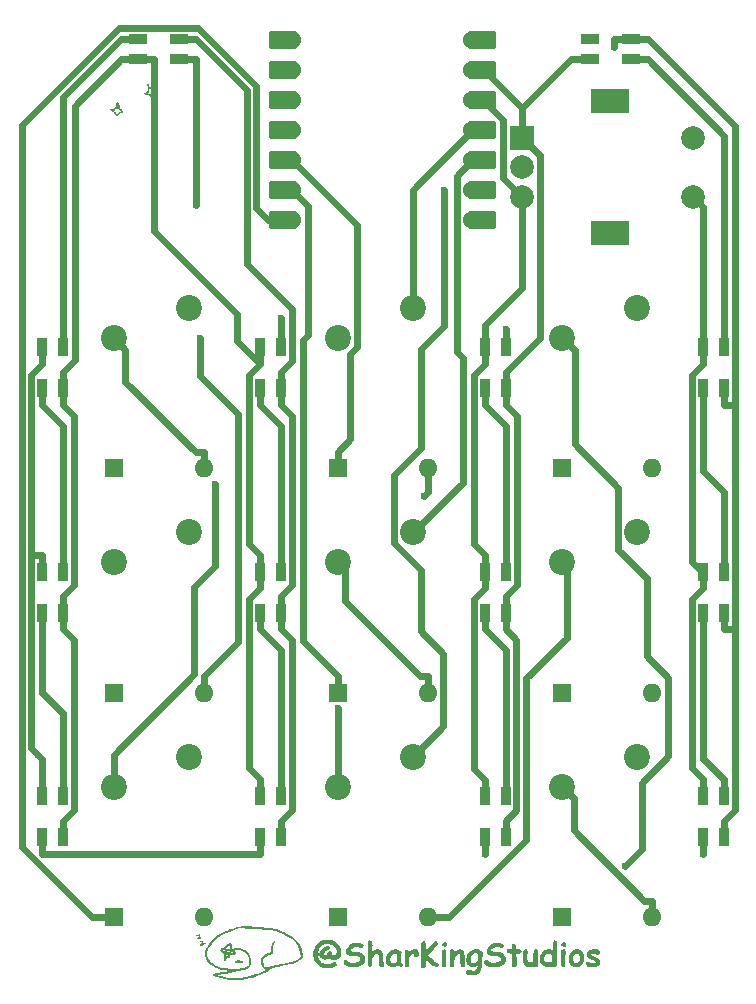
<source format=gtl>
%TF.GenerationSoftware,KiCad,Pcbnew,8.0.8*%
%TF.CreationDate,2025-02-13T12:07:57-05:00*%
%TF.ProjectId,SplashPad,53706c61-7368-4506-9164-2e6b69636164,1*%
%TF.SameCoordinates,Original*%
%TF.FileFunction,Copper,L1,Top*%
%TF.FilePolarity,Positive*%
%FSLAX46Y46*%
G04 Gerber Fmt 4.6, Leading zero omitted, Abs format (unit mm)*
G04 Created by KiCad (PCBNEW 8.0.8) date 2025-02-13 12:07:57*
%MOMM*%
%LPD*%
G01*
G04 APERTURE LIST*
G04 Aperture macros list*
%AMRoundRect*
0 Rectangle with rounded corners*
0 $1 Rounding radius*
0 $2 $3 $4 $5 $6 $7 $8 $9 X,Y pos of 4 corners*
0 Add a 4 corners polygon primitive as box body*
4,1,4,$2,$3,$4,$5,$6,$7,$8,$9,$2,$3,0*
0 Add four circle primitives for the rounded corners*
1,1,$1+$1,$2,$3*
1,1,$1+$1,$4,$5*
1,1,$1+$1,$6,$7*
1,1,$1+$1,$8,$9*
0 Add four rect primitives between the rounded corners*
20,1,$1+$1,$2,$3,$4,$5,0*
20,1,$1+$1,$4,$5,$6,$7,0*
20,1,$1+$1,$6,$7,$8,$9,0*
20,1,$1+$1,$8,$9,$2,$3,0*%
G04 Aperture macros list end*
%ADD10C,0.300000*%
%TA.AperFunction,EtchedComponent*%
%ADD11C,0.000000*%
%TD*%
%TA.AperFunction,SMDPad,CuDef*%
%ADD12R,0.850000X1.600000*%
%TD*%
%TA.AperFunction,ComponentPad*%
%ADD13R,1.600000X1.600000*%
%TD*%
%TA.AperFunction,ComponentPad*%
%ADD14O,1.600000X1.600000*%
%TD*%
%TA.AperFunction,ComponentPad*%
%ADD15C,2.200000*%
%TD*%
%TA.AperFunction,ComponentPad*%
%ADD16R,2.000000X2.000000*%
%TD*%
%TA.AperFunction,ComponentPad*%
%ADD17C,2.000000*%
%TD*%
%TA.AperFunction,ComponentPad*%
%ADD18R,3.200000X2.000000*%
%TD*%
%TA.AperFunction,SMDPad,CuDef*%
%ADD19R,1.600000X0.850000*%
%TD*%
%TA.AperFunction,SMDPad,CuDef*%
%ADD20RoundRect,0.152400X1.063600X0.609600X-1.063600X0.609600X-1.063600X-0.609600X1.063600X-0.609600X0*%
%TD*%
%TA.AperFunction,ComponentPad*%
%ADD21C,1.524000*%
%TD*%
%TA.AperFunction,SMDPad,CuDef*%
%ADD22RoundRect,0.152400X-1.063600X-0.609600X1.063600X-0.609600X1.063600X0.609600X-1.063600X0.609600X0*%
%TD*%
%TA.AperFunction,ViaPad*%
%ADD23C,0.600000*%
%TD*%
%TA.AperFunction,Conductor*%
%ADD24C,0.600000*%
%TD*%
G04 APERTURE END LIST*
D10*
G36*
X162294207Y-147628527D02*
G01*
X162193243Y-147614051D01*
X162103698Y-147577236D01*
X162020257Y-147524543D01*
X161942608Y-147462385D01*
X161912700Y-147435087D01*
X161836639Y-147500156D01*
X161762735Y-147544996D01*
X161670167Y-147584197D01*
X161589811Y-147597264D01*
X161483480Y-147584241D01*
X161391289Y-147550251D01*
X161302421Y-147495163D01*
X161263991Y-147463907D01*
X161190318Y-147386344D01*
X161136737Y-147294181D01*
X161112923Y-147195720D01*
X161111584Y-147164954D01*
X161121775Y-147052528D01*
X161152349Y-146944777D01*
X161194779Y-146856140D01*
X161252184Y-146770937D01*
X161324563Y-146689169D01*
X161408524Y-146615295D01*
X161496640Y-146556705D01*
X161588912Y-146513400D01*
X161685341Y-146485379D01*
X161785925Y-146472642D01*
X161820376Y-146471793D01*
X161920691Y-146491164D01*
X161980977Y-146569861D01*
X161984996Y-146609546D01*
X161949427Y-146704891D01*
X161866720Y-146762914D01*
X161858967Y-146766350D01*
X161758736Y-146809123D01*
X161666082Y-146848893D01*
X161624005Y-146867466D01*
X161551974Y-146938490D01*
X161509843Y-147031332D01*
X161497487Y-147134668D01*
X161520935Y-147184005D01*
X161588346Y-147222107D01*
X161684047Y-147196440D01*
X161755896Y-147126852D01*
X161862875Y-146945136D01*
X161935048Y-146871496D01*
X162016748Y-146846950D01*
X162114588Y-146880236D01*
X162156380Y-146970752D01*
X162159874Y-147020851D01*
X162150593Y-147103405D01*
X162141800Y-147187424D01*
X162196999Y-147251905D01*
X162294207Y-147253370D01*
X162392864Y-147245116D01*
X162489256Y-147207256D01*
X162515491Y-147183517D01*
X162557623Y-147093025D01*
X162570790Y-146992297D01*
X162571667Y-146952463D01*
X162562926Y-146843653D01*
X162536702Y-146742536D01*
X162492996Y-146649113D01*
X162431808Y-146563384D01*
X162353137Y-146485348D01*
X162323028Y-146461046D01*
X162232719Y-146400951D01*
X162135816Y-146353289D01*
X162032318Y-146318061D01*
X161922226Y-146295266D01*
X161805539Y-146284905D01*
X161765177Y-146284214D01*
X161653203Y-146290726D01*
X161549003Y-146310261D01*
X161452580Y-146342818D01*
X161363932Y-146388399D01*
X161283060Y-146447003D01*
X161209964Y-146518630D01*
X161182903Y-146550928D01*
X161116997Y-146646171D01*
X161064727Y-146750550D01*
X161031585Y-146844512D01*
X161007912Y-146944819D01*
X160993708Y-147051470D01*
X160988974Y-147164466D01*
X160994483Y-147267348D01*
X161011013Y-147365031D01*
X161045394Y-147475387D01*
X161095643Y-147578255D01*
X161161760Y-147673636D01*
X161214654Y-147733063D01*
X161291195Y-147802019D01*
X161374271Y-147859287D01*
X161463882Y-147904868D01*
X161560029Y-147938761D01*
X161662711Y-147960967D01*
X161771928Y-147971486D01*
X161817445Y-147972421D01*
X161920924Y-147959827D01*
X162017315Y-147936025D01*
X162115638Y-147905800D01*
X162208646Y-147873686D01*
X162290300Y-147843461D01*
X162384266Y-147816212D01*
X162387508Y-147816106D01*
X162483208Y-147843033D01*
X162524773Y-147878632D01*
X162574741Y-147967850D01*
X162581437Y-148020293D01*
X162544264Y-148114725D01*
X162458552Y-148184088D01*
X162357480Y-148233122D01*
X162266852Y-148265512D01*
X162159502Y-148297489D01*
X162057574Y-148321612D01*
X161961070Y-148337881D01*
X161857419Y-148346857D01*
X161820376Y-148347578D01*
X161695675Y-148342411D01*
X161575828Y-148326909D01*
X161460836Y-148301073D01*
X161350697Y-148264902D01*
X161245413Y-148218396D01*
X161144984Y-148161557D01*
X161049409Y-148094382D01*
X160958688Y-148016873D01*
X160873737Y-147929839D01*
X160800113Y-147837507D01*
X160737816Y-147739879D01*
X160686845Y-147636953D01*
X160647202Y-147528731D01*
X160618885Y-147415211D01*
X160601895Y-147296395D01*
X160596231Y-147172281D01*
X160600956Y-147044084D01*
X160615129Y-146921078D01*
X160638752Y-146803261D01*
X160671824Y-146690635D01*
X160714345Y-146583198D01*
X160766316Y-146480952D01*
X160827735Y-146383896D01*
X160898604Y-146292030D01*
X160983631Y-146202271D01*
X161075314Y-146124480D01*
X161173652Y-146058656D01*
X161278646Y-146004801D01*
X161390295Y-145962913D01*
X161508600Y-145932993D01*
X161633561Y-145915041D01*
X161731649Y-145909431D01*
X161765177Y-145909057D01*
X161883933Y-145913446D01*
X161998399Y-145926612D01*
X162108575Y-145948556D01*
X162214462Y-145979277D01*
X162316060Y-146018776D01*
X162413367Y-146067052D01*
X162506386Y-146124106D01*
X162595115Y-146189937D01*
X162681439Y-146267339D01*
X162756254Y-146349824D01*
X162819559Y-146437393D01*
X162871353Y-146530045D01*
X162911638Y-146627780D01*
X162940413Y-146730599D01*
X162957678Y-146838501D01*
X162963433Y-146951486D01*
X162957594Y-147065408D01*
X162940077Y-147169404D01*
X162910882Y-147263474D01*
X162862063Y-147360676D01*
X162797348Y-147444368D01*
X162714000Y-147516125D01*
X162615692Y-147570258D01*
X162519521Y-147602630D01*
X162412360Y-147622053D01*
X162314663Y-147628347D01*
X162294207Y-147628527D01*
G37*
G36*
X163891067Y-148253789D02*
G01*
X163785687Y-148249984D01*
X163687535Y-148238571D01*
X163579291Y-148214832D01*
X163481455Y-148180136D01*
X163394025Y-148134484D01*
X163341521Y-148097962D01*
X163267576Y-148030703D01*
X163209642Y-147948980D01*
X163176631Y-147850653D01*
X163172505Y-147798520D01*
X163192922Y-147701472D01*
X163224773Y-147654417D01*
X163310415Y-147604017D01*
X163368876Y-147597264D01*
X163464392Y-147620265D01*
X163534663Y-147689267D01*
X163550104Y-147717431D01*
X163609756Y-147795355D01*
X163700783Y-147847777D01*
X163808036Y-147872965D01*
X163904745Y-147878632D01*
X164007267Y-147874074D01*
X164108386Y-147860399D01*
X164208103Y-147837609D01*
X164306417Y-147805702D01*
X164361967Y-147783377D01*
X164451426Y-147739913D01*
X164534159Y-147681284D01*
X164587968Y-147598302D01*
X164591556Y-147569420D01*
X164574701Y-147472474D01*
X164511322Y-147391092D01*
X164448918Y-147358883D01*
X164343634Y-147335665D01*
X164241540Y-147324918D01*
X164131271Y-147318620D01*
X164040544Y-147315896D01*
X163939040Y-147309522D01*
X163842259Y-147295527D01*
X163737433Y-147270202D01*
X163638774Y-147234924D01*
X163615073Y-147224549D01*
X163528737Y-147177214D01*
X163451019Y-147113003D01*
X163392538Y-147027770D01*
X163366419Y-146929898D01*
X163364968Y-146889937D01*
X163376188Y-146788786D01*
X163406917Y-146690864D01*
X163457155Y-146596170D01*
X163526901Y-146504705D01*
X163599926Y-146430950D01*
X163650244Y-146387773D01*
X163739731Y-146321914D01*
X163832033Y-146267217D01*
X163927149Y-146223682D01*
X164025080Y-146191311D01*
X164125826Y-146170102D01*
X164229386Y-146160055D01*
X164271598Y-146159162D01*
X164371734Y-146166666D01*
X164475690Y-146186511D01*
X164579773Y-146214975D01*
X164604256Y-146222665D01*
X164699996Y-146258218D01*
X164788538Y-146307295D01*
X164849005Y-146391164D01*
X164849965Y-146403893D01*
X164824477Y-146500391D01*
X164800628Y-146533342D01*
X164719417Y-146587915D01*
X164658967Y-146596845D01*
X164559837Y-146585824D01*
X164466015Y-146565582D01*
X164365570Y-146544211D01*
X164271598Y-146534319D01*
X164173285Y-146541364D01*
X164067401Y-146563785D01*
X163975125Y-146597097D01*
X163935031Y-146615896D01*
X163847962Y-146668571D01*
X163780242Y-146746963D01*
X163769923Y-146794193D01*
X163819748Y-146876748D01*
X163912711Y-146912073D01*
X163970690Y-146922177D01*
X164069493Y-146927397D01*
X164168063Y-146932618D01*
X164266402Y-146937839D01*
X164320935Y-146940739D01*
X164430924Y-146953963D01*
X164531915Y-146976048D01*
X164638363Y-147013013D01*
X164732564Y-147062040D01*
X164803558Y-147113663D01*
X164879503Y-147192403D01*
X164936795Y-147283297D01*
X164975433Y-147386347D01*
X164993706Y-147484349D01*
X164998464Y-147572840D01*
X164988602Y-147680206D01*
X164959013Y-147779129D01*
X164909700Y-147869609D01*
X164840660Y-147951645D01*
X164751896Y-148025238D01*
X164666682Y-148078032D01*
X164594487Y-148114082D01*
X164496169Y-148154329D01*
X164393559Y-148187755D01*
X164286655Y-148214360D01*
X164175457Y-148234142D01*
X164059967Y-148247104D01*
X163940183Y-148253243D01*
X163891067Y-148253789D01*
G37*
G36*
X165594905Y-146918757D02*
G01*
X165672071Y-146851461D01*
X165760318Y-146794525D01*
X165809839Y-146770746D01*
X165905770Y-146739119D01*
X166007021Y-146723615D01*
X166055547Y-146721898D01*
X166164785Y-146730110D01*
X166267971Y-146758983D01*
X166358150Y-146815445D01*
X166393579Y-146853300D01*
X166442649Y-146941846D01*
X166470632Y-147038408D01*
X166485783Y-147143015D01*
X166486880Y-147155673D01*
X166491298Y-147260840D01*
X166496001Y-147366294D01*
X166500991Y-147472034D01*
X166502023Y-147493217D01*
X166511976Y-147592593D01*
X166522272Y-147694041D01*
X166529378Y-147761395D01*
X166543457Y-147861280D01*
X166561054Y-147959843D01*
X166575785Y-148026643D01*
X166582623Y-148077445D01*
X166552341Y-148173811D01*
X166524005Y-148203963D01*
X166434610Y-148248923D01*
X166387718Y-148253789D01*
X166291123Y-148231377D01*
X166223163Y-148157112D01*
X166207955Y-148117990D01*
X166183866Y-148022918D01*
X166165052Y-147924381D01*
X166149098Y-147820689D01*
X166147383Y-147808290D01*
X166135340Y-147705988D01*
X166126581Y-147605009D01*
X166122494Y-147501465D01*
X166122470Y-147493705D01*
X166125679Y-147395364D01*
X166125889Y-147391123D01*
X166129782Y-147292892D01*
X166129797Y-147288541D01*
X166128412Y-147190121D01*
X166126866Y-147171793D01*
X166062752Y-147097347D01*
X166055547Y-147097055D01*
X165954115Y-147113274D01*
X165859378Y-147161934D01*
X165779064Y-147234319D01*
X165714951Y-147317907D01*
X165658164Y-147406693D01*
X165606140Y-147495170D01*
X165605385Y-147610751D01*
X165603118Y-147714226D01*
X165598159Y-147826546D01*
X165589092Y-147936364D01*
X165571712Y-148040419D01*
X165557780Y-148080865D01*
X165493559Y-148160105D01*
X165394534Y-148191155D01*
X165387299Y-148191263D01*
X165289697Y-148167020D01*
X165250523Y-148139972D01*
X165196747Y-148058364D01*
X165190928Y-148013942D01*
X165206071Y-147941646D01*
X165215108Y-147834302D01*
X165219077Y-147722835D01*
X165221813Y-147613951D01*
X165222679Y-147572840D01*
X165220681Y-147457080D01*
X165219882Y-147341041D01*
X165219810Y-147235398D01*
X165220241Y-147118368D01*
X165221176Y-146989949D01*
X165222208Y-146886162D01*
X165223523Y-146775970D01*
X165225122Y-146659371D01*
X165228053Y-146614431D01*
X165232780Y-146516247D01*
X165236154Y-146418565D01*
X165236357Y-146399009D01*
X165226967Y-146298776D01*
X165223168Y-146273956D01*
X165211472Y-146175978D01*
X165210467Y-146148904D01*
X165239488Y-146051638D01*
X165266643Y-146021409D01*
X165355408Y-145976449D01*
X165402930Y-145971584D01*
X165498594Y-145995689D01*
X165564913Y-146068004D01*
X165585624Y-146117641D01*
X165604207Y-146214813D01*
X165610882Y-146320372D01*
X165611514Y-146371653D01*
X165610346Y-146475586D01*
X165606843Y-146580756D01*
X165603210Y-146651556D01*
X165598149Y-146752558D01*
X165595424Y-146852598D01*
X165594905Y-146918757D01*
G37*
G36*
X167673442Y-146732133D02*
G01*
X167768583Y-146756300D01*
X167861061Y-146790204D01*
X167871737Y-146794682D01*
X167962565Y-146840416D01*
X168039606Y-146902565D01*
X168079344Y-146998869D01*
X168047592Y-147084354D01*
X168030373Y-147180891D01*
X168026099Y-147220153D01*
X168020174Y-147320737D01*
X168018771Y-147411151D01*
X168020548Y-147517286D01*
X168026929Y-147621639D01*
X168041431Y-147726663D01*
X168055896Y-147783377D01*
X168095693Y-147872953D01*
X168118911Y-147923572D01*
X168159211Y-148014919D01*
X168172644Y-148056441D01*
X168141320Y-148149955D01*
X168116957Y-148175143D01*
X168028074Y-148218778D01*
X167988485Y-148222526D01*
X167894101Y-148183731D01*
X167813291Y-148121827D01*
X167788206Y-148099916D01*
X167697577Y-148141155D01*
X167602608Y-148178675D01*
X167565457Y-148191263D01*
X167466315Y-148216542D01*
X167401814Y-148222526D01*
X167302500Y-148218232D01*
X167193964Y-148201746D01*
X167097038Y-148172895D01*
X166998630Y-148123607D01*
X166916023Y-148057490D01*
X166905512Y-148046671D01*
X166840988Y-147961152D01*
X166792312Y-147858898D01*
X166763203Y-147757930D01*
X166745738Y-147644666D01*
X166740301Y-147544996D01*
X167120446Y-147544996D01*
X167126886Y-147649791D01*
X167151616Y-147752373D01*
X167186392Y-147818548D01*
X167262706Y-147884114D01*
X167360078Y-147909092D01*
X167384228Y-147909895D01*
X167482062Y-147900079D01*
X167545429Y-147882051D01*
X167637249Y-147836943D01*
X167689043Y-147799986D01*
X167675099Y-147684621D01*
X167664039Y-147580694D01*
X167654783Y-147473901D01*
X167649012Y-147370914D01*
X167648011Y-147316873D01*
X167653872Y-147217222D01*
X167668061Y-147117081D01*
X167672435Y-147091681D01*
X167623586Y-147072142D01*
X167587438Y-147065792D01*
X167485910Y-147077229D01*
X167391800Y-147111541D01*
X167305109Y-147168728D01*
X167260153Y-147210383D01*
X167192619Y-147295310D01*
X167147187Y-147387423D01*
X167123857Y-147486724D01*
X167120446Y-147544996D01*
X166740301Y-147544996D01*
X166740077Y-147540887D01*
X166739916Y-147519106D01*
X166745879Y-147418685D01*
X166768776Y-147304288D01*
X166808848Y-147196554D01*
X166866092Y-147095483D01*
X166926914Y-147016348D01*
X166984159Y-146956371D01*
X167062987Y-146888822D01*
X167146513Y-146832723D01*
X167234739Y-146788072D01*
X167327663Y-146754870D01*
X167425286Y-146733118D01*
X167527608Y-146722814D01*
X167569853Y-146721898D01*
X167673442Y-146732133D01*
G37*
G36*
X169509630Y-147193286D02*
G01*
X169489584Y-147297893D01*
X169429297Y-147379254D01*
X169329643Y-147409474D01*
X169318632Y-147409685D01*
X169219902Y-147388906D01*
X169156058Y-147310767D01*
X169145219Y-147233831D01*
X169138381Y-147097055D01*
X169028775Y-147122494D01*
X168931499Y-147162909D01*
X168846554Y-147218298D01*
X168773940Y-147288663D01*
X168713656Y-147374003D01*
X168696301Y-147405778D01*
X168697766Y-148077445D01*
X168670008Y-148173361D01*
X168644033Y-148203475D01*
X168556527Y-148248875D01*
X168507745Y-148253789D01*
X168412597Y-148230437D01*
X168375854Y-148199567D01*
X168334638Y-148110449D01*
X168331891Y-148074026D01*
X168331891Y-147183028D01*
X168333629Y-147082577D01*
X168334333Y-147057487D01*
X168337032Y-146958412D01*
X168337264Y-146931458D01*
X168360985Y-146835037D01*
X168383182Y-146804452D01*
X168469826Y-146757218D01*
X168514584Y-146753161D01*
X168611808Y-146775211D01*
X168677755Y-146848866D01*
X168696301Y-146909965D01*
X168789398Y-146846051D01*
X168886238Y-146795361D01*
X168986822Y-146757895D01*
X169091150Y-146733652D01*
X169199222Y-146722632D01*
X169236078Y-146721898D01*
X169343238Y-146739920D01*
X169433478Y-146804652D01*
X169484238Y-146899911D01*
X169506798Y-147010249D01*
X169511095Y-147098520D01*
X169509630Y-147193286D01*
G37*
G36*
X170105094Y-147547438D02*
G01*
X170103628Y-148132644D01*
X170079285Y-148229206D01*
X170069434Y-148245484D01*
X169992002Y-148306354D01*
X169929239Y-148316315D01*
X169832397Y-148294089D01*
X169758757Y-148227411D01*
X169717618Y-148136468D01*
X169710886Y-148078422D01*
X169711351Y-147974374D01*
X169712746Y-147855179D01*
X169714532Y-147748918D01*
X169716914Y-147632964D01*
X169719890Y-147507316D01*
X169722514Y-147406719D01*
X169725472Y-147300669D01*
X169728765Y-147189167D01*
X169729937Y-147150788D01*
X169733429Y-147037468D01*
X169736577Y-146929601D01*
X169739382Y-146827187D01*
X169742588Y-146699116D01*
X169745183Y-146580738D01*
X169747167Y-146472054D01*
X169748541Y-146373063D01*
X169749400Y-146262956D01*
X169749476Y-146223154D01*
X169775335Y-146126748D01*
X169804187Y-146089797D01*
X169892784Y-146039548D01*
X169941451Y-146034110D01*
X170037602Y-146058092D01*
X170078227Y-146089797D01*
X170127154Y-146176757D01*
X170132449Y-146223154D01*
X170130732Y-146329308D01*
X170126677Y-146436660D01*
X170121716Y-146534907D01*
X170120237Y-146561186D01*
X170114196Y-146662011D01*
X170108147Y-146769525D01*
X170103377Y-146867137D01*
X170102163Y-146899218D01*
X170182824Y-146814252D01*
X170266291Y-146722730D01*
X170351372Y-146628235D01*
X170425861Y-146544951D01*
X170509504Y-146451029D01*
X170602300Y-146346468D01*
X170669249Y-146270850D01*
X170740266Y-146190503D01*
X170815352Y-146105429D01*
X170897306Y-146045880D01*
X170960921Y-146034110D01*
X171059362Y-146060200D01*
X171097697Y-146089309D01*
X171150590Y-146175849D01*
X171156315Y-146222665D01*
X171117642Y-146315041D01*
X171052760Y-146409168D01*
X170987239Y-146493231D01*
X170923316Y-146570580D01*
X170849165Y-146656904D01*
X170829030Y-146679888D01*
X170752835Y-146765053D01*
X170675376Y-146849885D01*
X170596653Y-146934382D01*
X170516666Y-147018546D01*
X170435415Y-147102375D01*
X170352899Y-147185871D01*
X170319539Y-147219176D01*
X170394399Y-147290739D01*
X170469504Y-147362302D01*
X170544853Y-147433866D01*
X170620446Y-147505429D01*
X170695676Y-147574454D01*
X170777475Y-147646529D01*
X170854816Y-147711337D01*
X170936496Y-147775561D01*
X171023408Y-147827687D01*
X171087438Y-147853230D01*
X171177037Y-147900858D01*
X171229303Y-147986984D01*
X171234473Y-148033970D01*
X171208043Y-148130931D01*
X171197348Y-148148276D01*
X171118198Y-148212084D01*
X171055687Y-148222526D01*
X170950204Y-148206345D01*
X170845936Y-148165639D01*
X170747670Y-148111028D01*
X170659512Y-148051613D01*
X170565652Y-147979557D01*
X170546196Y-147963628D01*
X170463030Y-147889821D01*
X170389270Y-147820990D01*
X170314135Y-147749568D01*
X170226572Y-147665362D01*
X170147575Y-147588792D01*
X170105094Y-147547438D01*
G37*
G36*
X171725401Y-146503056D02*
G01*
X171629253Y-146483941D01*
X171572993Y-146448834D01*
X171516132Y-146366718D01*
X171508513Y-146315478D01*
X171538990Y-146218883D01*
X171572993Y-146182609D01*
X171662752Y-146135593D01*
X171725401Y-146127899D01*
X171821376Y-146147187D01*
X171877320Y-146182609D01*
X171933750Y-146264294D01*
X171941311Y-146315478D01*
X171911065Y-146412303D01*
X171877320Y-146448834D01*
X171787980Y-146495431D01*
X171725401Y-146503056D01*
G37*
G36*
X171842149Y-147527899D02*
G01*
X171843370Y-147631214D01*
X171845626Y-147730295D01*
X171847034Y-147782889D01*
X171849610Y-147883095D01*
X171851532Y-147985264D01*
X171851919Y-148037390D01*
X171826521Y-148134823D01*
X171798185Y-148170258D01*
X171711120Y-148217421D01*
X171662386Y-148222526D01*
X171566446Y-148200016D01*
X171526099Y-148170258D01*
X171478053Y-148084998D01*
X171472854Y-148037390D01*
X171471632Y-147934197D01*
X171469376Y-147835341D01*
X171467969Y-147782889D01*
X171465393Y-147682425D01*
X171463470Y-147580063D01*
X171463084Y-147527899D01*
X171465007Y-147426118D01*
X171469549Y-147327973D01*
X171475920Y-147229282D01*
X171476762Y-147217711D01*
X171483373Y-147117693D01*
X171488182Y-147018164D01*
X171490426Y-146914849D01*
X171490439Y-146907034D01*
X171515606Y-146809600D01*
X171543684Y-146774166D01*
X171631190Y-146727002D01*
X171679972Y-146721898D01*
X171775701Y-146744408D01*
X171815771Y-146774166D01*
X171864257Y-146859425D01*
X171869504Y-146907034D01*
X171867581Y-147008883D01*
X171863039Y-147107191D01*
X171856668Y-147206109D01*
X171855826Y-147217711D01*
X171849215Y-147317492D01*
X171844406Y-147416849D01*
X171842162Y-147520084D01*
X171842149Y-147527899D01*
G37*
G36*
X173278297Y-148253789D02*
G01*
X173179819Y-148234972D01*
X173109128Y-148164213D01*
X173090230Y-148094542D01*
X173075873Y-147992487D01*
X173061379Y-147890020D01*
X173051639Y-147821479D01*
X173039959Y-147724035D01*
X173032746Y-147622208D01*
X173031123Y-147548904D01*
X173035135Y-147446808D01*
X173036008Y-147431667D01*
X173040659Y-147331728D01*
X173040893Y-147314431D01*
X173043335Y-147267536D01*
X173046266Y-147206475D01*
X173020811Y-147109984D01*
X172987159Y-147097055D01*
X172885170Y-147120999D01*
X172800130Y-147178662D01*
X172739009Y-147242135D01*
X172674999Y-147329886D01*
X172625044Y-147418203D01*
X172581622Y-147516228D01*
X172548988Y-147609965D01*
X172539103Y-147710570D01*
X172536775Y-147728667D01*
X172528674Y-147829143D01*
X172528471Y-147847369D01*
X172535693Y-147947721D01*
X172537264Y-147961674D01*
X172545748Y-148060030D01*
X172546057Y-148075491D01*
X172518046Y-148172559D01*
X172491835Y-148202986D01*
X172403888Y-148248828D01*
X172355059Y-148253789D01*
X172259119Y-148231700D01*
X172218771Y-148202498D01*
X172169738Y-148114888D01*
X172165526Y-148073049D01*
X172158706Y-147971894D01*
X172157222Y-147957766D01*
X172149210Y-147857675D01*
X172148918Y-147841995D01*
X172151169Y-147739534D01*
X172156360Y-147637671D01*
X172163504Y-147533501D01*
X172167969Y-147476608D01*
X172175582Y-147378958D01*
X172181994Y-147279437D01*
X172186573Y-147173153D01*
X172187508Y-147110732D01*
X172184031Y-147012973D01*
X172182623Y-146988611D01*
X172178044Y-146889601D01*
X172177739Y-146866978D01*
X172206507Y-146771062D01*
X172233426Y-146740949D01*
X172322002Y-146695548D01*
X172370202Y-146690635D01*
X172466449Y-146711910D01*
X172534413Y-146784461D01*
X172560482Y-146882117D01*
X172562665Y-146908499D01*
X172564131Y-146923642D01*
X172640174Y-146855081D01*
X172730802Y-146793020D01*
X172823486Y-146750268D01*
X172931930Y-146725050D01*
X172987159Y-146721898D01*
X173093141Y-146732042D01*
X173195372Y-146768480D01*
X173277452Y-146831419D01*
X173339383Y-146920857D01*
X173345708Y-146933900D01*
X173380484Y-147036482D01*
X173399031Y-147138332D01*
X173408498Y-147241875D01*
X173411589Y-147341343D01*
X173411653Y-147358883D01*
X173411653Y-147454138D01*
X173410188Y-147541577D01*
X173415798Y-147644639D01*
X173428077Y-147741884D01*
X173439497Y-147811221D01*
X173455211Y-147908355D01*
X173466385Y-148008922D01*
X173469295Y-148079399D01*
X173440779Y-148174163D01*
X173414096Y-148203963D01*
X173326401Y-148248923D01*
X173278297Y-148253789D01*
G37*
G36*
X174514386Y-146727138D02*
G01*
X174613870Y-146746207D01*
X174637752Y-146753649D01*
X174727202Y-146796622D01*
X174789183Y-146849881D01*
X174888469Y-146883832D01*
X174949778Y-146965371D01*
X174963572Y-147056999D01*
X174957240Y-147158901D01*
X174943055Y-147262525D01*
X174934752Y-147311500D01*
X174917872Y-147413590D01*
X174903258Y-147517446D01*
X174890910Y-147623067D01*
X174880828Y-147730453D01*
X174873011Y-147839603D01*
X174867461Y-147950519D01*
X174865875Y-147995380D01*
X174860563Y-148102824D01*
X174851465Y-148202650D01*
X174834769Y-148316722D01*
X174812157Y-148418891D01*
X174777215Y-148525784D01*
X174733755Y-148615537D01*
X174717376Y-148641646D01*
X174654426Y-148719046D01*
X174577928Y-148783326D01*
X174487883Y-148834489D01*
X174384289Y-148872532D01*
X174267148Y-148897457D01*
X174163681Y-148907952D01*
X174080390Y-148910314D01*
X173955140Y-148906512D01*
X173846589Y-148895109D01*
X173734385Y-148870165D01*
X173634184Y-148824553D01*
X173564775Y-148749720D01*
X173545987Y-148667048D01*
X173566604Y-148567231D01*
X173593859Y-148526364D01*
X173678770Y-148476881D01*
X173720376Y-148472630D01*
X173818722Y-148484842D01*
X173897697Y-148503893D01*
X173993613Y-148525265D01*
X174091097Y-148535034D01*
X174102372Y-148535157D01*
X174208804Y-148526810D01*
X174307302Y-148497959D01*
X174391628Y-148442421D01*
X174404256Y-148429644D01*
X174459338Y-148341813D01*
X174490924Y-148244706D01*
X174508815Y-148139315D01*
X174514166Y-148079888D01*
X174434845Y-148145600D01*
X174356385Y-148186866D01*
X174258274Y-148214690D01*
X174163921Y-148222526D01*
X174064946Y-148216172D01*
X173958590Y-148192697D01*
X173862052Y-148151924D01*
X173775332Y-148093855D01*
X173719399Y-148041786D01*
X173652781Y-147957874D01*
X173602525Y-147864284D01*
X173568632Y-147761018D01*
X173551101Y-147648074D01*
X173548429Y-147579190D01*
X173548972Y-147567955D01*
X173925052Y-147567955D01*
X173931063Y-147666253D01*
X173954143Y-147762424D01*
X173986601Y-147824410D01*
X174064026Y-147888524D01*
X174164562Y-147909811D01*
X174172226Y-147909895D01*
X174271148Y-147883902D01*
X174356236Y-147820246D01*
X174398883Y-147774096D01*
X174456776Y-147693830D01*
X174502572Y-147598392D01*
X174521004Y-147519595D01*
X174538254Y-147418825D01*
X174553153Y-147316640D01*
X174566991Y-147211501D01*
X174579447Y-147109697D01*
X174581577Y-147091681D01*
X174492094Y-147050082D01*
X174489253Y-147049183D01*
X174401814Y-147034528D01*
X174292027Y-147044451D01*
X174195184Y-147074218D01*
X174101710Y-147131427D01*
X174040334Y-147193286D01*
X173984607Y-147281381D01*
X173947118Y-147383000D01*
X173929105Y-147484681D01*
X173925052Y-147567955D01*
X173548972Y-147567955D01*
X173553999Y-147463981D01*
X173570707Y-147355880D01*
X173598554Y-147254886D01*
X173637540Y-147161000D01*
X173687664Y-147074223D01*
X173748928Y-146994553D01*
X173776552Y-146964675D01*
X173854490Y-146894734D01*
X173940538Y-146836648D01*
X174034696Y-146790416D01*
X174136963Y-146756038D01*
X174247340Y-146733515D01*
X174365826Y-146722846D01*
X174415491Y-146721898D01*
X174514386Y-146727138D01*
G37*
G36*
X175790579Y-148253789D02*
G01*
X175685199Y-148249984D01*
X175587046Y-148238571D01*
X175478803Y-148214832D01*
X175380966Y-148180136D01*
X175293537Y-148134484D01*
X175241032Y-148097962D01*
X175167088Y-148030703D01*
X175109154Y-147948980D01*
X175076143Y-147850653D01*
X175072016Y-147798520D01*
X175092433Y-147701472D01*
X175124284Y-147654417D01*
X175209926Y-147604017D01*
X175268387Y-147597264D01*
X175363904Y-147620265D01*
X175434175Y-147689267D01*
X175449616Y-147717431D01*
X175509267Y-147795355D01*
X175600294Y-147847777D01*
X175707548Y-147872965D01*
X175804256Y-147878632D01*
X175906778Y-147874074D01*
X176007898Y-147860399D01*
X176107615Y-147837609D01*
X176205929Y-147805702D01*
X176261479Y-147783377D01*
X176350938Y-147739913D01*
X176433670Y-147681284D01*
X176487480Y-147598302D01*
X176491067Y-147569420D01*
X176474213Y-147472474D01*
X176410833Y-147391092D01*
X176348429Y-147358883D01*
X176243145Y-147335665D01*
X176141052Y-147324918D01*
X176030783Y-147318620D01*
X175940055Y-147315896D01*
X175838552Y-147309522D01*
X175741770Y-147295527D01*
X175636944Y-147270202D01*
X175538285Y-147234924D01*
X175514584Y-147224549D01*
X175428248Y-147177214D01*
X175350530Y-147113003D01*
X175292049Y-147027770D01*
X175265931Y-146929898D01*
X175264480Y-146889937D01*
X175275700Y-146788786D01*
X175306428Y-146690864D01*
X175356666Y-146596170D01*
X175426413Y-146504705D01*
X175499437Y-146430950D01*
X175549755Y-146387773D01*
X175639243Y-146321914D01*
X175731544Y-146267217D01*
X175826661Y-146223682D01*
X175924592Y-146191311D01*
X176025337Y-146170102D01*
X176128897Y-146160055D01*
X176171109Y-146159162D01*
X176271245Y-146166666D01*
X176375201Y-146186511D01*
X176479284Y-146214975D01*
X176503768Y-146222665D01*
X176599508Y-146258218D01*
X176688049Y-146307295D01*
X176748516Y-146391164D01*
X176749476Y-146403893D01*
X176723989Y-146500391D01*
X176700139Y-146533342D01*
X176618928Y-146587915D01*
X176558478Y-146596845D01*
X176459349Y-146585824D01*
X176365526Y-146565582D01*
X176265081Y-146544211D01*
X176171109Y-146534319D01*
X176072796Y-146541364D01*
X175966913Y-146563785D01*
X175874636Y-146597097D01*
X175834542Y-146615896D01*
X175747474Y-146668571D01*
X175679754Y-146746963D01*
X175669434Y-146794193D01*
X175719260Y-146876748D01*
X175812223Y-146912073D01*
X175870202Y-146922177D01*
X175969004Y-146927397D01*
X176067575Y-146932618D01*
X176165914Y-146937839D01*
X176220446Y-146940739D01*
X176330436Y-146953963D01*
X176431426Y-146976048D01*
X176537875Y-147013013D01*
X176632075Y-147062040D01*
X176703070Y-147113663D01*
X176779015Y-147192403D01*
X176836306Y-147283297D01*
X176874945Y-147386347D01*
X176893217Y-147484349D01*
X176897976Y-147572840D01*
X176888113Y-147680206D01*
X176858525Y-147779129D01*
X176809211Y-147869609D01*
X176740172Y-147951645D01*
X176651407Y-148025238D01*
X176566193Y-148078032D01*
X176493998Y-148114082D01*
X176395681Y-148154329D01*
X176293070Y-148187755D01*
X176186166Y-148214360D01*
X176074969Y-148234142D01*
X175959478Y-148247104D01*
X175839694Y-148253243D01*
X175790579Y-148253789D01*
G37*
G36*
X178056664Y-147090216D02*
G01*
X177988276Y-147088262D01*
X177920376Y-147086308D01*
X177821570Y-147092867D01*
X177789951Y-147097055D01*
X177794316Y-147195153D01*
X177799468Y-147315706D01*
X177803856Y-147424550D01*
X177808269Y-147544141D01*
X177811489Y-147645438D01*
X177813993Y-147756518D01*
X177814375Y-147803893D01*
X177815840Y-147868862D01*
X177817306Y-147946043D01*
X177810299Y-148050628D01*
X177784413Y-148145296D01*
X177723104Y-148223735D01*
X177618004Y-148253789D01*
X177520014Y-148230068D01*
X177487578Y-148207871D01*
X177431797Y-148125736D01*
X177427006Y-148086727D01*
X177429204Y-147986526D01*
X177430914Y-147941158D01*
X177434584Y-147842944D01*
X177435310Y-147795589D01*
X177433784Y-147690748D01*
X177430635Y-147581583D01*
X177426700Y-147470619D01*
X177422692Y-147368762D01*
X177417922Y-147255273D01*
X177412388Y-147130152D01*
X177410886Y-147097055D01*
X177311638Y-147089606D01*
X177204729Y-147078855D01*
X177152965Y-147073119D01*
X177054792Y-147042080D01*
X176991307Y-146960004D01*
X176980530Y-146885052D01*
X177003040Y-146789142D01*
X177032798Y-146747299D01*
X177118981Y-146696168D01*
X177167620Y-146690635D01*
X177266504Y-146700526D01*
X177368020Y-146716311D01*
X177401116Y-146721898D01*
X177396720Y-146621514D01*
X177394277Y-146573398D01*
X177389539Y-146473531D01*
X177388904Y-146435157D01*
X177415456Y-146339717D01*
X177445080Y-146304731D01*
X177533845Y-146258008D01*
X177581367Y-146252951D01*
X177679599Y-146280849D01*
X177745682Y-146364544D01*
X177774853Y-146468214D01*
X177784379Y-146583940D01*
X177784577Y-146605638D01*
X177781646Y-146721898D01*
X177879740Y-146721898D01*
X177920376Y-146721898D01*
X178024928Y-146724783D01*
X178124595Y-146738748D01*
X178136287Y-146742414D01*
X178218719Y-146803108D01*
X178246089Y-146901046D01*
X178246196Y-146908988D01*
X178220799Y-147003546D01*
X178192463Y-147038436D01*
X178105398Y-147085159D01*
X178056664Y-147090216D01*
G37*
G36*
X179609071Y-147369630D02*
G01*
X179609393Y-147474072D01*
X179610039Y-147576313D01*
X179610537Y-147641228D01*
X179611310Y-147745575D01*
X179611859Y-147847241D01*
X179612002Y-147912337D01*
X179616399Y-147996357D01*
X179621284Y-148080376D01*
X179592515Y-148174888D01*
X179565596Y-148204452D01*
X179477020Y-148248971D01*
X179428820Y-148253789D01*
X179330390Y-148229853D01*
X179262735Y-148158046D01*
X179162851Y-148189215D01*
X179061034Y-148210184D01*
X178957286Y-148220951D01*
X178898813Y-148222526D01*
X178793811Y-148216150D01*
X178688653Y-148194111D01*
X178595612Y-148156330D01*
X178570062Y-148141926D01*
X178488422Y-148075923D01*
X178430348Y-147993319D01*
X178395839Y-147894114D01*
X178391765Y-147872281D01*
X178376285Y-147769151D01*
X178363429Y-147669503D01*
X178351465Y-147554521D01*
X178343279Y-147444555D01*
X178338871Y-147339603D01*
X178338032Y-147272421D01*
X178341277Y-147170188D01*
X178349612Y-147072827D01*
X178363076Y-146969360D01*
X178379064Y-146873817D01*
X178417991Y-146781241D01*
X178501711Y-146729167D01*
X178564689Y-146721898D01*
X178663088Y-146744755D01*
X178700488Y-146770258D01*
X178753611Y-146856628D01*
X178757152Y-146891891D01*
X178749329Y-146990313D01*
X178737124Y-147074096D01*
X178723433Y-147170921D01*
X178717096Y-147262163D01*
X178718140Y-147363142D01*
X178721746Y-147466640D01*
X178728688Y-147569909D01*
X178730286Y-147587494D01*
X178741963Y-147684810D01*
X178760102Y-147781328D01*
X178769364Y-147817083D01*
X178835799Y-147839553D01*
X178898325Y-147847369D01*
X178996795Y-147843218D01*
X179101084Y-147830768D01*
X179199921Y-147812465D01*
X179233914Y-147804870D01*
X179233592Y-147703040D01*
X179232792Y-147604889D01*
X179232449Y-147572840D01*
X179230663Y-147468632D01*
X179229564Y-147367943D01*
X179229518Y-147349602D01*
X179230445Y-147250180D01*
X179233871Y-147140786D01*
X179239822Y-147038497D01*
X179249714Y-146930298D01*
X179255896Y-146879678D01*
X179291754Y-146783531D01*
X179376801Y-146729448D01*
X179442498Y-146721898D01*
X179538829Y-146743356D01*
X179581228Y-146771723D01*
X179632488Y-146856470D01*
X179634961Y-146896775D01*
X179628893Y-147016149D01*
X179623634Y-147118304D01*
X179618199Y-147221783D01*
X179612712Y-147321453D01*
X179609071Y-147369630D01*
G37*
G36*
X181184695Y-145996519D02*
G01*
X181218632Y-146024340D01*
X181264066Y-146112290D01*
X181267969Y-146153300D01*
X181266015Y-146266018D01*
X181261985Y-146366746D01*
X181255757Y-146481349D01*
X181248887Y-146587451D01*
X181240491Y-146703190D01*
X181236706Y-146752184D01*
X181227840Y-146871636D01*
X181220477Y-146981476D01*
X181214617Y-147081704D01*
X181209568Y-147189289D01*
X181206412Y-147297311D01*
X181205931Y-147350579D01*
X181206427Y-147468235D01*
X181207916Y-147575740D01*
X181211171Y-147695846D01*
X181215978Y-147800090D01*
X181223791Y-147904247D01*
X181237683Y-148007592D01*
X181241591Y-148047648D01*
X181213075Y-148143509D01*
X181186392Y-148173189D01*
X181098408Y-148218623D01*
X181058897Y-148222526D01*
X180961129Y-148193932D01*
X180907955Y-148132156D01*
X180818632Y-148176234D01*
X180720279Y-148204322D01*
X180714026Y-148205429D01*
X180612177Y-148218251D01*
X180513588Y-148222509D01*
X180506908Y-148222526D01*
X180395178Y-148215759D01*
X180290799Y-148195461D01*
X180193770Y-148161629D01*
X180104091Y-148114265D01*
X180021762Y-148053368D01*
X179995952Y-148030062D01*
X179925398Y-147952628D01*
X179869442Y-147867603D01*
X179828083Y-147774987D01*
X179801321Y-147674781D01*
X179789157Y-147566984D01*
X179788346Y-147529364D01*
X179788686Y-147522037D01*
X180141521Y-147522037D01*
X180159660Y-147624498D01*
X180214078Y-147714382D01*
X180251430Y-147751625D01*
X180338877Y-147809969D01*
X180436352Y-147841385D01*
X180506908Y-147847369D01*
X180604816Y-147841027D01*
X180667620Y-147824898D01*
X180752433Y-147774615D01*
X180793649Y-147745275D01*
X180839078Y-147707173D01*
X180837664Y-147603367D01*
X180837704Y-147501589D01*
X180838185Y-147388789D01*
X180838901Y-147276764D01*
X180839078Y-147252393D01*
X180775487Y-147173530D01*
X180720865Y-147135645D01*
X180624790Y-147103424D01*
X180547941Y-147097055D01*
X180441672Y-147105478D01*
X180342449Y-147134596D01*
X180256223Y-147190649D01*
X180243126Y-147203545D01*
X180185278Y-147289004D01*
X180153527Y-147388533D01*
X180141918Y-147495892D01*
X180141521Y-147522037D01*
X179788686Y-147522037D01*
X179793438Y-147419648D01*
X179808715Y-147316730D01*
X179834177Y-147220610D01*
X179878175Y-147114238D01*
X179936839Y-147017655D01*
X179996929Y-146944647D01*
X180079813Y-146868947D01*
X180171662Y-146808909D01*
X180272475Y-146764533D01*
X180382253Y-146735819D01*
X180480582Y-146723855D01*
X180542568Y-146721898D01*
X180640143Y-146727393D01*
X180726727Y-146743879D01*
X180819501Y-146779943D01*
X180866922Y-146809825D01*
X180871433Y-146693573D01*
X180876173Y-146586618D01*
X180881142Y-146488959D01*
X180887675Y-146379958D01*
X180895986Y-146268331D01*
X180906335Y-146164537D01*
X180909420Y-146140111D01*
X180941125Y-146044162D01*
X181018780Y-145982117D01*
X181088206Y-145971584D01*
X181184695Y-145996519D01*
G37*
G36*
X181817515Y-146503056D02*
G01*
X181721367Y-146483941D01*
X181665108Y-146448834D01*
X181608247Y-146366718D01*
X181600628Y-146315478D01*
X181631104Y-146218883D01*
X181665108Y-146182609D01*
X181754867Y-146135593D01*
X181817515Y-146127899D01*
X181913491Y-146147187D01*
X181969434Y-146182609D01*
X182025864Y-146264294D01*
X182033426Y-146315478D01*
X182003180Y-146412303D01*
X181969434Y-146448834D01*
X181880095Y-146495431D01*
X181817515Y-146503056D01*
G37*
G36*
X181934263Y-147527899D02*
G01*
X181935484Y-147631214D01*
X181937741Y-147730295D01*
X181939148Y-147782889D01*
X181941724Y-147883095D01*
X181943647Y-147985264D01*
X181944033Y-148037390D01*
X181918636Y-148134823D01*
X181890300Y-148170258D01*
X181803235Y-148217421D01*
X181754501Y-148222526D01*
X181658560Y-148200016D01*
X181618213Y-148170258D01*
X181570168Y-148084998D01*
X181564968Y-148037390D01*
X181563747Y-147934197D01*
X181561490Y-147835341D01*
X181560083Y-147782889D01*
X181557507Y-147682425D01*
X181555585Y-147580063D01*
X181555198Y-147527899D01*
X181557122Y-147426118D01*
X181561663Y-147327973D01*
X181568034Y-147229282D01*
X181568876Y-147217711D01*
X181575488Y-147117693D01*
X181580296Y-147018164D01*
X181582540Y-146914849D01*
X181582554Y-146907034D01*
X181607720Y-146809600D01*
X181635799Y-146774166D01*
X181723304Y-146727002D01*
X181772086Y-146721898D01*
X181867816Y-146744408D01*
X181907885Y-146774166D01*
X181956371Y-146859425D01*
X181961618Y-146907034D01*
X181959695Y-147008883D01*
X181955154Y-147107191D01*
X181948782Y-147206109D01*
X181947941Y-147217711D01*
X181941329Y-147317492D01*
X181936521Y-147416849D01*
X181934277Y-147520084D01*
X181934263Y-147527899D01*
G37*
G36*
X183053220Y-146729763D02*
G01*
X183158734Y-146758821D01*
X183253495Y-146809291D01*
X183337504Y-146881172D01*
X183390928Y-146945624D01*
X183447648Y-147038278D01*
X183490438Y-147140143D01*
X183516026Y-147234785D01*
X183531379Y-147336193D01*
X183536496Y-147444368D01*
X183532334Y-147543403D01*
X183516352Y-147656106D01*
X183488382Y-147762111D01*
X183448425Y-147861419D01*
X183396482Y-147954029D01*
X183366015Y-147997822D01*
X183289805Y-148084811D01*
X183204425Y-148153802D01*
X183109875Y-148204795D01*
X183006154Y-148237791D01*
X182893262Y-148252789D01*
X182853593Y-148253789D01*
X182745876Y-148245304D01*
X182644983Y-148219849D01*
X182550916Y-148177423D01*
X182463675Y-148118028D01*
X182416887Y-148076468D01*
X182348480Y-147998994D01*
X182293468Y-147912383D01*
X182251851Y-147816636D01*
X182223630Y-147711753D01*
X182208804Y-147597733D01*
X182206838Y-147557697D01*
X182206887Y-147555743D01*
X182587369Y-147555743D01*
X182598393Y-147660135D01*
X182635568Y-147753214D01*
X182680669Y-147808778D01*
X182766591Y-147863283D01*
X182854082Y-147878632D01*
X182952724Y-147863111D01*
X183039210Y-147816548D01*
X183061688Y-147797543D01*
X183123673Y-147716989D01*
X183159416Y-147617475D01*
X183168667Y-147540600D01*
X183168888Y-147436964D01*
X183157422Y-147326783D01*
X183126442Y-147222965D01*
X183066552Y-147140999D01*
X182966794Y-147098959D01*
X182936636Y-147097055D01*
X182837966Y-147111452D01*
X182745517Y-147162661D01*
X182676098Y-147241372D01*
X182669923Y-147250928D01*
X182622922Y-147345790D01*
X182597124Y-147441045D01*
X182587449Y-147544886D01*
X182587369Y-147555743D01*
X182206887Y-147555743D01*
X182209701Y-147444278D01*
X182225614Y-147335565D01*
X182254580Y-147231558D01*
X182296598Y-147132256D01*
X182351667Y-147037660D01*
X182372923Y-147007173D01*
X182442242Y-146924989D01*
X182519526Y-146856735D01*
X182604778Y-146802410D01*
X182697995Y-146762015D01*
X182799180Y-146735549D01*
X182908330Y-146723012D01*
X182954221Y-146721898D01*
X183053220Y-146729763D01*
G37*
G36*
X184726448Y-147190844D02*
G01*
X184628046Y-147174295D01*
X184562805Y-147104382D01*
X184464444Y-147097169D01*
X184449965Y-147097055D01*
X184337577Y-147099923D01*
X184235846Y-147110518D01*
X184139929Y-147142942D01*
X184119260Y-147178632D01*
X184197112Y-147250683D01*
X184294428Y-147295868D01*
X184318562Y-147305638D01*
X184414246Y-147344639D01*
X184510293Y-147385929D01*
X184599510Y-147427564D01*
X184686392Y-147475143D01*
X184773586Y-147541668D01*
X184841902Y-147625487D01*
X184878687Y-147718811D01*
X184885694Y-147786308D01*
X184875175Y-147886699D01*
X184837394Y-147987694D01*
X184772135Y-148074034D01*
X184692494Y-148137560D01*
X184665875Y-148153649D01*
X184572147Y-148197460D01*
X184468283Y-148228754D01*
X184369087Y-148245868D01*
X184262130Y-148253398D01*
X184230146Y-148253789D01*
X184129892Y-148248804D01*
X184024391Y-148231574D01*
X183925091Y-148202036D01*
X183896510Y-148190774D01*
X183806324Y-148142933D01*
X183729826Y-148068792D01*
X183692181Y-147968834D01*
X183690369Y-147938227D01*
X183717377Y-147838917D01*
X183806869Y-147788587D01*
X183854012Y-147784842D01*
X183954915Y-147803161D01*
X184036706Y-147831737D01*
X184130859Y-147863794D01*
X184220865Y-147878632D01*
X184329618Y-147873793D01*
X184430425Y-147853353D01*
X184500893Y-147783736D01*
X184501256Y-147777515D01*
X184432888Y-147699069D01*
X184341984Y-147654876D01*
X184307327Y-147641228D01*
X184208408Y-147603040D01*
X184111062Y-147563827D01*
X184014480Y-147521860D01*
X183944870Y-147486378D01*
X183860027Y-147422630D01*
X183793553Y-147338069D01*
X183757759Y-147239906D01*
X183750942Y-147166908D01*
X183761228Y-147065958D01*
X183799232Y-146964808D01*
X183865240Y-146881564D01*
X183959250Y-146816224D01*
X184043545Y-146780516D01*
X184140662Y-146754870D01*
X184243921Y-146738441D01*
X184346011Y-146728824D01*
X184460637Y-146723329D01*
X184565736Y-146721898D01*
X184665493Y-146727944D01*
X184760424Y-146754098D01*
X184768946Y-146758534D01*
X184839840Y-146833735D01*
X184859715Y-146930653D01*
X184859804Y-146938785D01*
X184853423Y-147037000D01*
X184822167Y-147135460D01*
X184734652Y-147190598D01*
X184726448Y-147190844D01*
G37*
D11*
%TA.AperFunction,EtchedComponent*%
%TO.C,G\u002A\u002A\u002A*%
G36*
X154464425Y-147684970D02*
G01*
X154581479Y-147713496D01*
X154654107Y-147753167D01*
X154669903Y-147798024D01*
X154640117Y-147829560D01*
X154568684Y-147851125D01*
X154452129Y-147864735D01*
X154381423Y-147867094D01*
X154236533Y-147872379D01*
X154102877Y-147885035D01*
X154059038Y-147892115D01*
X153974295Y-147901939D01*
X153941312Y-147877089D01*
X153936923Y-147834875D01*
X153965768Y-147752534D01*
X154055785Y-147700307D01*
X154212198Y-147675967D01*
X154315354Y-147673550D01*
X154464425Y-147684970D01*
G37*
%TD.AperFunction*%
%TA.AperFunction,EtchedComponent*%
G36*
X151004999Y-145450628D02*
G01*
X151023312Y-145516845D01*
X150999008Y-145608756D01*
X150973040Y-145688050D01*
X150983671Y-145713010D01*
X151029723Y-145703269D01*
X151092124Y-145702591D01*
X151105150Y-145737945D01*
X151072177Y-145793096D01*
X151017227Y-145821833D01*
X150917166Y-145850300D01*
X150864208Y-145865133D01*
X150795545Y-145860368D01*
X150773745Y-145842116D01*
X150778249Y-145786631D01*
X150823150Y-145706255D01*
X150829619Y-145697792D01*
X150886085Y-145612312D01*
X150884265Y-145575645D01*
X150824894Y-145590014D01*
X150798451Y-145603276D01*
X150696676Y-145642291D01*
X150643512Y-145626178D01*
X150636624Y-145596673D01*
X150669813Y-145553497D01*
X150753184Y-145501087D01*
X150800442Y-145479137D01*
X150931138Y-145438339D01*
X151004999Y-145450628D01*
G37*
%TD.AperFunction*%
%TA.AperFunction,EtchedComponent*%
G36*
X151234789Y-146033065D02*
G01*
X151252740Y-146099490D01*
X151227843Y-146176675D01*
X151199942Y-146247151D01*
X151212829Y-146263757D01*
X151250395Y-146250864D01*
X151366723Y-146211830D01*
X151455120Y-146199980D01*
X151495296Y-146217666D01*
X151495919Y-146222377D01*
X151463293Y-146261343D01*
X151383311Y-146305920D01*
X151368919Y-146311909D01*
X151245280Y-146370470D01*
X151138195Y-146433880D01*
X151045858Y-146491173D01*
X151000000Y-146500000D01*
X150987919Y-146464578D01*
X151004523Y-146407417D01*
X151046367Y-146310960D01*
X151068624Y-146265751D01*
X151149328Y-146107557D01*
X151068624Y-146133171D01*
X151002986Y-146137134D01*
X150987919Y-146101774D01*
X151021063Y-146051915D01*
X151097373Y-146018608D01*
X151182167Y-146011507D01*
X151234789Y-146033065D01*
G37*
%TD.AperFunction*%
%TA.AperFunction,EtchedComponent*%
G36*
X154919766Y-144790406D02*
G01*
X155218675Y-144798579D01*
X155546077Y-144813254D01*
X155887715Y-144833448D01*
X156229329Y-144858178D01*
X156556662Y-144886460D01*
X156855456Y-144917313D01*
X157111451Y-144949753D01*
X157310390Y-144982798D01*
X157381342Y-144998564D01*
X157509711Y-145040002D01*
X157687382Y-145109724D01*
X157898668Y-145200310D01*
X158127881Y-145304341D01*
X158359334Y-145414397D01*
X158577340Y-145523060D01*
X158766210Y-145622910D01*
X158910259Y-145706527D01*
X158980197Y-145754729D01*
X159143514Y-145910874D01*
X159299885Y-146104854D01*
X159438602Y-146318483D01*
X159548958Y-146533578D01*
X159620243Y-146731955D01*
X159642154Y-146878829D01*
X159657012Y-146967841D01*
X159693502Y-147081652D01*
X159700769Y-147099665D01*
X159743296Y-147219118D01*
X159749514Y-147311820D01*
X159712599Y-147398636D01*
X159625725Y-147500430D01*
X159543491Y-147580491D01*
X159433043Y-147677479D01*
X159319581Y-147757905D01*
X159191245Y-147826229D01*
X159036172Y-147886916D01*
X158842504Y-147944426D01*
X158598380Y-148003223D01*
X158291939Y-148067768D01*
X158198827Y-148086393D01*
X157874535Y-148151409D01*
X157616168Y-148205501D01*
X157412827Y-148252107D01*
X157253614Y-148294663D01*
X157127631Y-148336608D01*
X157023980Y-148381378D01*
X156931762Y-148432409D01*
X156840078Y-148493141D01*
X156785752Y-148532053D01*
X156648324Y-148628474D01*
X156520504Y-148707999D01*
X156386408Y-148777934D01*
X156230149Y-148845585D01*
X156035842Y-148918258D01*
X155787599Y-149003257D01*
X155692521Y-149034799D01*
X155403693Y-149128587D01*
X155170413Y-149199366D01*
X154974738Y-149250716D01*
X154798726Y-149286217D01*
X154624433Y-149309449D01*
X154433916Y-149323991D01*
X154209231Y-149333423D01*
X154193117Y-149333941D01*
X153892767Y-149338624D01*
X153635790Y-149330202D01*
X153388208Y-149306740D01*
X153174923Y-149275980D01*
X152764003Y-149191227D01*
X152425247Y-149080618D01*
X152395577Y-149068246D01*
X152224803Y-148990868D01*
X152114317Y-148927348D01*
X152066785Y-148874817D01*
X152084875Y-148830406D01*
X152171254Y-148791247D01*
X152328589Y-148754470D01*
X152559548Y-148717206D01*
X152745351Y-148692021D01*
X152967083Y-148661997D01*
X153169633Y-148632209D01*
X153336621Y-148605242D01*
X153451670Y-148583681D01*
X153487538Y-148574861D01*
X153552532Y-148553009D01*
X153557240Y-148541818D01*
X153494750Y-148536974D01*
X153424272Y-148535358D01*
X153242239Y-148522413D01*
X153025535Y-148492689D01*
X152799887Y-148451143D01*
X152591020Y-148402730D01*
X152424661Y-148352404D01*
X152377991Y-148333832D01*
X152269174Y-148271381D01*
X152125013Y-148169562D01*
X151965243Y-148044453D01*
X151809599Y-147912133D01*
X151677817Y-147788680D01*
X151592307Y-147693739D01*
X151482265Y-147486268D01*
X151442696Y-147278858D01*
X151613729Y-147278858D01*
X151652968Y-147431563D01*
X151729595Y-147560687D01*
X151857206Y-147710927D01*
X152018184Y-147865952D01*
X152194913Y-148009433D01*
X152369777Y-148125041D01*
X152442216Y-148163169D01*
X152645630Y-148235833D01*
X152908621Y-148293581D01*
X153213888Y-148335554D01*
X153544129Y-148360892D01*
X153882042Y-148368738D01*
X154210326Y-148358231D01*
X154511679Y-148328513D01*
X154768798Y-148278726D01*
X154768977Y-148278679D01*
X154938027Y-148223348D01*
X155049124Y-148152465D01*
X155113594Y-148049872D01*
X155142768Y-147899411D01*
X155148307Y-147737636D01*
X155130485Y-147503983D01*
X155070758Y-147317745D01*
X154959733Y-147155266D01*
X154887485Y-147080690D01*
X154722962Y-146942683D01*
X154566016Y-146859888D01*
X154387101Y-146820596D01*
X154211027Y-146812615D01*
X154068093Y-146814026D01*
X153989103Y-146821285D01*
X153959857Y-146838932D01*
X153966157Y-146871508D01*
X153974625Y-146888200D01*
X154012532Y-147015475D01*
X153980458Y-147114538D01*
X153883402Y-147179220D01*
X153726364Y-147203350D01*
X153719208Y-147203384D01*
X153607574Y-147210032D01*
X153555943Y-147234341D01*
X153546154Y-147268692D01*
X153512099Y-147365890D01*
X153429128Y-147444342D01*
X153326025Y-147476920D01*
X153325174Y-147476923D01*
X153259359Y-147490886D01*
X153235425Y-147548077D01*
X153233538Y-147594154D01*
X153223135Y-147677825D01*
X153178403Y-147708476D01*
X153133874Y-147711384D01*
X153073774Y-147705118D01*
X153045033Y-147672656D01*
X153037010Y-147593503D01*
X153037518Y-147525769D01*
X153032038Y-147313515D01*
X153006774Y-147179020D01*
X153154563Y-147179020D01*
X153179915Y-147239926D01*
X153204230Y-147255658D01*
X153310871Y-147276450D01*
X153371365Y-147240749D01*
X153371460Y-147179133D01*
X153320930Y-147119312D01*
X153243539Y-147087047D01*
X153228753Y-147086154D01*
X153172617Y-147115501D01*
X153154563Y-147179020D01*
X153006774Y-147179020D01*
X153003611Y-147162184D01*
X152947511Y-147056699D01*
X152893927Y-147009960D01*
X153605981Y-147009960D01*
X153664319Y-147042826D01*
X153745432Y-147040105D01*
X153802258Y-147004595D01*
X153803138Y-146942966D01*
X153789221Y-146922821D01*
X153734713Y-146908243D01*
X153665387Y-146928042D01*
X153612416Y-146967394D01*
X153605981Y-147009960D01*
X152893927Y-147009960D01*
X152868963Y-146988185D01*
X152770274Y-146896048D01*
X152762373Y-146871230D01*
X152960000Y-146871230D01*
X152978785Y-146923553D01*
X153037686Y-146912937D01*
X153045623Y-146907705D01*
X153334013Y-146907705D01*
X153356216Y-146955947D01*
X153405062Y-147001870D01*
X153449882Y-146989502D01*
X153490329Y-146952175D01*
X153524756Y-146901346D01*
X153499945Y-146851059D01*
X153480413Y-146830611D01*
X153426697Y-146786642D01*
X153388788Y-146802572D01*
X153363845Y-146834383D01*
X153334013Y-146907705D01*
X153045623Y-146907705D01*
X153099069Y-146872473D01*
X153147389Y-146831279D01*
X153131194Y-146816353D01*
X153067461Y-146813858D01*
X152981392Y-146831567D01*
X152960000Y-146871230D01*
X152762373Y-146871230D01*
X152737805Y-146794063D01*
X152749921Y-146688254D01*
X152775409Y-146666116D01*
X153208978Y-146666116D01*
X153218027Y-146705925D01*
X153268408Y-146713559D01*
X153359436Y-146702881D01*
X153457568Y-146680138D01*
X153529258Y-146651582D01*
X153536384Y-146646613D01*
X153575210Y-146578527D01*
X153582891Y-146487388D01*
X153558160Y-146413741D01*
X153544058Y-146401012D01*
X153482087Y-146400760D01*
X153399090Y-146444449D01*
X153313571Y-146514774D01*
X153244032Y-146594432D01*
X153208978Y-146666116D01*
X152775409Y-146666116D01*
X152813787Y-146632782D01*
X152924420Y-146617829D01*
X153022033Y-146586156D01*
X153070331Y-146519075D01*
X153124917Y-146449131D01*
X153221364Y-146363652D01*
X153335786Y-146279990D01*
X153444298Y-146215497D01*
X153523015Y-146187526D01*
X153526897Y-146187384D01*
X153618218Y-146223058D01*
X153691874Y-146316788D01*
X153735200Y-146448637D01*
X153741538Y-146525241D01*
X153745339Y-146633011D01*
X153761672Y-146678913D01*
X153797930Y-146679063D01*
X153809923Y-146674295D01*
X153943772Y-146640520D01*
X154124020Y-146626116D01*
X154321337Y-146631139D01*
X154506391Y-146655648D01*
X154577012Y-146672804D01*
X154782242Y-146766354D01*
X154979510Y-146915815D01*
X155147197Y-147100581D01*
X155263681Y-147300042D01*
X155279944Y-147342831D01*
X155330666Y-147560362D01*
X155342774Y-147784299D01*
X155318440Y-147994601D01*
X155259836Y-148171227D01*
X155177674Y-148286611D01*
X155089618Y-148340790D01*
X154943854Y-148401984D01*
X154759679Y-148463855D01*
X154556391Y-148520066D01*
X154353288Y-148564280D01*
X154308154Y-148572165D01*
X154171329Y-148598677D01*
X153995796Y-148637928D01*
X153818141Y-148681711D01*
X153807833Y-148684402D01*
X153637590Y-148723622D01*
X153421822Y-148765606D01*
X153192668Y-148804387D01*
X153045833Y-148825853D01*
X152863238Y-148851081D01*
X152708319Y-148873707D01*
X152597950Y-148891182D01*
X152549692Y-148900709D01*
X152543500Y-148922071D01*
X152599801Y-148954315D01*
X152704489Y-148992825D01*
X152843455Y-149032983D01*
X153002591Y-149070173D01*
X153149569Y-149097007D01*
X153391870Y-149125785D01*
X153670385Y-149144352D01*
X153965046Y-149152717D01*
X154255787Y-149150889D01*
X154522543Y-149138877D01*
X154745247Y-149116688D01*
X154859296Y-149096256D01*
X155005517Y-149058118D01*
X155193603Y-149002888D01*
X155408386Y-148935696D01*
X155634694Y-148861670D01*
X155857360Y-148785940D01*
X156061213Y-148713634D01*
X156231083Y-148649882D01*
X156351801Y-148599812D01*
X156398769Y-148575756D01*
X156510507Y-148499177D01*
X156557308Y-148448133D01*
X156543553Y-148412066D01*
X156479052Y-148382290D01*
X156386194Y-148333465D01*
X156313129Y-148251306D01*
X156251557Y-148121924D01*
X156193177Y-147931436D01*
X156180777Y-147883288D01*
X156144918Y-147725033D01*
X156132741Y-147617057D01*
X156142863Y-147535613D01*
X156157982Y-147492193D01*
X156234052Y-147387496D01*
X156371947Y-147274947D01*
X156557362Y-147164350D01*
X156775990Y-147065507D01*
X156786799Y-147061332D01*
X157004461Y-146977894D01*
X157024678Y-146646862D01*
X157039952Y-146466140D01*
X157064396Y-146335646D01*
X157105363Y-146227472D01*
X157161447Y-146127734D01*
X157257123Y-145993591D01*
X157329097Y-145929719D01*
X157372862Y-145930625D01*
X157383911Y-145990820D01*
X157357737Y-146104814D01*
X157289833Y-146267117D01*
X157284592Y-146277752D01*
X157221371Y-146417561D01*
X157189927Y-146533888D01*
X157182601Y-146665269D01*
X157186749Y-146770089D01*
X157190817Y-146931505D01*
X157173055Y-147035776D01*
X157121869Y-147103235D01*
X157025669Y-147154217D01*
X156952129Y-147181629D01*
X156773634Y-147255519D01*
X156605949Y-147344189D01*
X156465685Y-147436926D01*
X156369454Y-147523017D01*
X156335493Y-147579272D01*
X156331358Y-147688730D01*
X156354065Y-147836042D01*
X156396257Y-147988791D01*
X156450574Y-148114559D01*
X156460832Y-148131461D01*
X156545206Y-148195443D01*
X156676956Y-148221258D01*
X156834110Y-148206787D01*
X156933533Y-148177090D01*
X157039125Y-148144575D01*
X157178057Y-148111567D01*
X157238923Y-148099669D01*
X157505435Y-148049932D01*
X157785840Y-147994412D01*
X158067704Y-147935887D01*
X158338591Y-147877133D01*
X158586063Y-147820927D01*
X158797687Y-147770046D01*
X158961025Y-147727267D01*
X159063642Y-147695366D01*
X159080413Y-147688478D01*
X159240378Y-147601089D01*
X159377223Y-147502164D01*
X159482049Y-147401833D01*
X159545959Y-147310223D01*
X159560055Y-147237465D01*
X159515439Y-147193687D01*
X159515154Y-147193592D01*
X159483184Y-147145190D01*
X159465154Y-147036588D01*
X159462898Y-146985181D01*
X159421983Y-146722896D01*
X159311430Y-146448324D01*
X159136091Y-146172823D01*
X159091769Y-146116254D01*
X159016351Y-146025776D01*
X158947033Y-145953016D01*
X158870822Y-145889343D01*
X158774723Y-145826128D01*
X158645742Y-145754740D01*
X158470885Y-145666549D01*
X158260696Y-145564299D01*
X158026406Y-145451605D01*
X157824611Y-145357667D01*
X157645050Y-145280467D01*
X157477460Y-145217988D01*
X157311579Y-145168214D01*
X157137146Y-145129128D01*
X156943897Y-145098712D01*
X156721571Y-145074951D01*
X156459904Y-145055826D01*
X156148637Y-145039321D01*
X155777505Y-145023419D01*
X155441384Y-145010196D01*
X154269077Y-144964579D01*
X153897846Y-145093409D01*
X153686993Y-145171084D01*
X153455344Y-145263434D01*
X153244622Y-145353666D01*
X153194461Y-145376538D01*
X153022856Y-145456294D01*
X152855174Y-145534290D01*
X152720019Y-145597219D01*
X152686461Y-145612864D01*
X152583716Y-145675923D01*
X152448544Y-145779733D01*
X152301618Y-145907696D01*
X152210541Y-145995022D01*
X151982326Y-146254715D01*
X151804771Y-146522647D01*
X151681643Y-146789115D01*
X151616707Y-147044420D01*
X151613729Y-147278858D01*
X151442696Y-147278858D01*
X151436489Y-147246320D01*
X151452727Y-146982442D01*
X151528723Y-146703181D01*
X151662224Y-146417085D01*
X151850975Y-146132700D01*
X152070346Y-145881085D01*
X152277528Y-145683244D01*
X152465911Y-145535259D01*
X152658650Y-145421048D01*
X152862307Y-145330961D01*
X153000056Y-145274143D01*
X153118929Y-145220007D01*
X153181315Y-145187098D01*
X153251232Y-145152921D01*
X153376115Y-145100170D01*
X153537302Y-145036478D01*
X153689315Y-144979293D01*
X153938524Y-144894469D01*
X154150751Y-144839586D01*
X154357655Y-144807220D01*
X154464461Y-144797495D01*
X154663608Y-144789717D01*
X154919766Y-144790406D01*
G37*
%TD.AperFunction*%
%TA.AperFunction,EtchedComponent*%
G36*
X144048376Y-75002952D02*
G01*
X144068283Y-75035127D01*
X144129042Y-75159844D01*
X144192751Y-75319904D01*
X144241783Y-75470089D01*
X144249474Y-75499918D01*
X144279935Y-75572744D01*
X144306827Y-75593453D01*
X144364777Y-75624495D01*
X144436117Y-75696667D01*
X144493650Y-75778536D01*
X144511456Y-75829933D01*
X144475344Y-75871138D01*
X144401807Y-75884451D01*
X144283896Y-75923358D01*
X144167875Y-76029950D01*
X144075067Y-76116856D01*
X143984672Y-76167757D01*
X143915884Y-76175646D01*
X143887900Y-76133518D01*
X143887888Y-76132140D01*
X143861890Y-76072847D01*
X143804746Y-75999588D01*
X143744151Y-75917262D01*
X143721603Y-75855827D01*
X143749414Y-75807911D01*
X143816685Y-75809324D01*
X143899176Y-75855968D01*
X143936096Y-75892103D01*
X144014841Y-75982897D01*
X144078435Y-75892103D01*
X144165606Y-75821028D01*
X144243222Y-75801309D01*
X144344415Y-75801309D01*
X144220079Y-75682487D01*
X144141434Y-75592850D01*
X144098460Y-75515714D01*
X144095744Y-75499865D01*
X144062110Y-75430374D01*
X144033387Y-75412135D01*
X143979958Y-75413198D01*
X143971031Y-75432580D01*
X143942984Y-75486736D01*
X143873037Y-75567461D01*
X143846317Y-75593453D01*
X143767707Y-75677169D01*
X143724483Y-75743189D01*
X143721603Y-75755631D01*
X143691115Y-75796944D01*
X143617104Y-75798322D01*
X143525753Y-75765151D01*
X143443246Y-75702814D01*
X143438377Y-75697381D01*
X143348013Y-75593453D01*
X143516992Y-75593453D01*
X143663094Y-75571986D01*
X143765263Y-75514687D01*
X143804725Y-75432213D01*
X143804746Y-75430138D01*
X143834633Y-75387399D01*
X143846317Y-75385597D01*
X143873573Y-75349000D01*
X143887444Y-75258787D01*
X143887888Y-75237128D01*
X143906008Y-75117661D01*
X143950101Y-75026810D01*
X143954784Y-75021764D01*
X144010179Y-74978335D01*
X144048376Y-75002952D01*
G37*
%TD.AperFunction*%
%TA.AperFunction,EtchedComponent*%
G36*
X146665500Y-73509260D02*
G01*
X146715069Y-73595371D01*
X146719464Y-73670785D01*
X146746887Y-73712351D01*
X146796050Y-73722749D01*
X146866487Y-73750942D01*
X146881014Y-73807781D01*
X146919068Y-73920620D01*
X147019748Y-74024000D01*
X147162832Y-74101473D01*
X147279350Y-74131774D01*
X147408809Y-74161702D01*
X147459645Y-74198576D01*
X147430509Y-74237277D01*
X147320049Y-74272683D01*
X147316713Y-74273382D01*
X147157512Y-74330090D01*
X147069944Y-74422238D01*
X147047299Y-74533387D01*
X147025111Y-74633931D01*
X146972310Y-74721100D01*
X146909541Y-74761775D01*
X146904769Y-74762029D01*
X146885587Y-74727005D01*
X146881014Y-74676997D01*
X146843131Y-74559446D01*
X146744164Y-74461429D01*
X146606133Y-74400048D01*
X146508763Y-74387888D01*
X146403939Y-74378765D01*
X146345172Y-74355946D01*
X146340589Y-74346317D01*
X146310001Y-74314123D01*
X146293821Y-74315139D01*
X146268137Y-74304746D01*
X146532767Y-74304746D01*
X146706891Y-74304746D01*
X146813879Y-74313577D01*
X146875280Y-74335751D01*
X146881014Y-74346317D01*
X146912649Y-74386680D01*
X146922585Y-74387888D01*
X146953836Y-74352312D01*
X146964157Y-74283960D01*
X146949926Y-74205835D01*
X146922585Y-74180032D01*
X146891655Y-74144368D01*
X146881014Y-74073135D01*
X146862633Y-73981925D01*
X146819302Y-73905451D01*
X146768746Y-73868425D01*
X146740464Y-73877156D01*
X146721531Y-73933781D01*
X146714730Y-74019057D01*
X146682691Y-74138623D01*
X146623748Y-74219984D01*
X146532767Y-74304746D01*
X146268137Y-74304746D01*
X146239171Y-74293025D01*
X146228000Y-74273567D01*
X146246412Y-74232835D01*
X146316339Y-74221603D01*
X146396130Y-74209394D01*
X146423731Y-74184881D01*
X146458328Y-74146068D01*
X146506874Y-74126416D01*
X146555317Y-74101396D01*
X146580507Y-74044718D01*
X146589433Y-73935004D01*
X146590016Y-73872140D01*
X146583290Y-73745721D01*
X146565914Y-73661267D01*
X146548445Y-73639607D01*
X146514669Y-73604789D01*
X146506874Y-73556464D01*
X146536676Y-73486490D01*
X146585568Y-73473322D01*
X146665500Y-73509260D01*
G37*
%TD.AperFunction*%
%TD*%
D12*
%TO.P,D13,1,DOUT*%
%TO.N,Net-(D13-DOUT)*%
X137625000Y-137250000D03*
%TO.P,D13,2,VSS*%
%TO.N,GND*%
X139375000Y-137250000D03*
%TO.P,D13,3,DIN*%
%TO.N,Net-(D12-DOUT)*%
X139375000Y-133750000D03*
%TO.P,D13,4,VDD*%
%TO.N,+3.3V*%
X137625000Y-133750000D03*
%TD*%
%TO.P,D18,1,DOUT*%
%TO.N,Net-(D18-DOUT)*%
X175125000Y-118250000D03*
%TO.P,D18,2,VSS*%
%TO.N,GND*%
X176875000Y-118250000D03*
%TO.P,D18,3,DIN*%
%TO.N,Net-(D17-DOUT)*%
X176875000Y-114750000D03*
%TO.P,D18,4,VDD*%
%TO.N,+3.3V*%
X175125000Y-114750000D03*
%TD*%
D13*
%TO.P,D9,1,K*%
%TO.N,Row 2*%
X181690000Y-144000000D03*
D14*
%TO.P,D9,2,A*%
%TO.N,Net-(D9-A)*%
X189310000Y-144000000D03*
%TD*%
D12*
%TO.P,D14,1,DOUT*%
%TO.N,Net-(D14-DOUT)*%
X157875000Y-133750000D03*
%TO.P,D14,2,VSS*%
%TO.N,GND*%
X156125000Y-133750000D03*
%TO.P,D14,3,DIN*%
%TO.N,Net-(D13-DOUT)*%
X156125000Y-137250000D03*
%TO.P,D14,4,VDD*%
%TO.N,+3.3V*%
X157875000Y-137250000D03*
%TD*%
D13*
%TO.P,D3,1,K*%
%TO.N,Row 0*%
X181690000Y-106000000D03*
D14*
%TO.P,D3,2,A*%
%TO.N,Net-(D3-A)*%
X189310000Y-106000000D03*
%TD*%
D12*
%TO.P,D16,1,DOUT*%
%TO.N,Net-(D16-DOUT)*%
X157875000Y-95750000D03*
%TO.P,D16,2,VSS*%
%TO.N,GND*%
X156125000Y-95750000D03*
%TO.P,D16,3,DIN*%
%TO.N,Net-(D15-DOUT)*%
X156125000Y-99250000D03*
%TO.P,D16,4,VDD*%
%TO.N,+3.3V*%
X157875000Y-99250000D03*
%TD*%
D15*
%TO.P,SW5,1,1*%
%TO.N,Column 1*%
X169040000Y-111420000D03*
%TO.P,SW5,2,2*%
%TO.N,Net-(D5-A)*%
X162690000Y-113960000D03*
%TD*%
%TO.P,SW8,1,1*%
%TO.N,Column 1*%
X188040000Y-111420000D03*
%TO.P,SW8,2,2*%
%TO.N,Net-(D8-A)*%
X181690000Y-113960000D03*
%TD*%
D12*
%TO.P,D19,1,DOUT*%
%TO.N,Net-(D19-DOUT)*%
X175125000Y-137250000D03*
%TO.P,D19,2,VSS*%
%TO.N,GND*%
X176875000Y-137250000D03*
%TO.P,D19,3,DIN*%
%TO.N,Net-(D18-DOUT)*%
X176875000Y-133750000D03*
%TO.P,D19,4,VDD*%
%TO.N,+3.3V*%
X175125000Y-133750000D03*
%TD*%
D13*
%TO.P,D6,1,K*%
%TO.N,Row 1*%
X181690000Y-125000000D03*
D14*
%TO.P,D6,2,A*%
%TO.N,Net-(D6-A)*%
X189310000Y-125000000D03*
%TD*%
D15*
%TO.P,SW6,1,1*%
%TO.N,Column 2*%
X169040000Y-130420000D03*
%TO.P,SW6,2,2*%
%TO.N,Net-(D6-A)*%
X162690000Y-132960000D03*
%TD*%
%TO.P,SW9,1,1*%
%TO.N,Column 2*%
X188040000Y-130420000D03*
%TO.P,SW9,2,2*%
%TO.N,Net-(D9-A)*%
X181690000Y-132960000D03*
%TD*%
D13*
%TO.P,D4,1,K*%
%TO.N,Row 1*%
X143690000Y-125000000D03*
D14*
%TO.P,D4,2,A*%
%TO.N,Net-(D4-A)*%
X151310000Y-125000000D03*
%TD*%
D16*
%TO.P,SW10,A,A*%
%TO.N,GND*%
X178250000Y-78000000D03*
D17*
%TO.P,SW10,B,B*%
%TO.N,+3.3V*%
X178250000Y-83000000D03*
%TO.P,SW10,C,C*%
%TO.N,Pot Analog 2*%
X178250000Y-80500000D03*
D18*
%TO.P,SW10,MP*%
%TO.N,N/C*%
X185750000Y-74900000D03*
X185750000Y-86100000D03*
D17*
%TO.P,SW10,S1,S1*%
%TO.N,GND*%
X192750000Y-83000000D03*
%TO.P,SW10,S2,S2*%
%TO.N,Pot Button 2*%
X192750000Y-78000000D03*
%TD*%
D13*
%TO.P,D7,1,K*%
%TO.N,Row 2*%
X143690000Y-144000000D03*
D14*
%TO.P,D7,2,A*%
%TO.N,Net-(D7-A)*%
X151310000Y-144000000D03*
%TD*%
D12*
%TO.P,D17,1,DOUT*%
%TO.N,Net-(D17-DOUT)*%
X175125000Y-99250000D03*
%TO.P,D17,2,VSS*%
%TO.N,GND*%
X176875000Y-99250000D03*
%TO.P,D17,3,DIN*%
%TO.N,Net-(D16-DOUT)*%
X176875000Y-95750000D03*
%TO.P,D17,4,VDD*%
%TO.N,+3.3V*%
X175125000Y-95750000D03*
%TD*%
D15*
%TO.P,SW2,1,1*%
%TO.N,Column 1*%
X150040000Y-111420000D03*
%TO.P,SW2,2,2*%
%TO.N,Net-(D2-A)*%
X143690000Y-113960000D03*
%TD*%
D13*
%TO.P,D2,1,K*%
%TO.N,Row 0*%
X162690000Y-106000000D03*
D14*
%TO.P,D2,2,A*%
%TO.N,Net-(D2-A)*%
X170310000Y-106000000D03*
%TD*%
D13*
%TO.P,D8,1,K*%
%TO.N,Row 2*%
X162690000Y-144000000D03*
D14*
%TO.P,D8,2,A*%
%TO.N,Net-(D8-A)*%
X170310000Y-144000000D03*
%TD*%
D15*
%TO.P,SW4,1,1*%
%TO.N,Column 0*%
X169040000Y-92420000D03*
%TO.P,SW4,2,2*%
%TO.N,Net-(D4-A)*%
X162690000Y-94960000D03*
%TD*%
%TO.P,SW3,1,1*%
%TO.N,Column 2*%
X150040000Y-130420000D03*
%TO.P,SW3,2,2*%
%TO.N,Net-(D3-A)*%
X143690000Y-132960000D03*
%TD*%
D19*
%TO.P,D23,1,DOUT*%
%TO.N,unconnected-(D23-DOUT-Pad1)*%
X184000000Y-69625000D03*
%TO.P,D23,2,VSS*%
%TO.N,GND*%
X184000000Y-71375000D03*
%TO.P,D23,3,DIN*%
%TO.N,Net-(D22-DOUT)*%
X187500000Y-71375000D03*
%TO.P,D23,4,VDD*%
%TO.N,+3.3V*%
X187500000Y-69625000D03*
%TD*%
D12*
%TO.P,D22,1,DOUT*%
%TO.N,Net-(D22-DOUT)*%
X195375000Y-95750000D03*
%TO.P,D22,2,VSS*%
%TO.N,GND*%
X193625000Y-95750000D03*
%TO.P,D22,3,DIN*%
%TO.N,Net-(D21-DOUT)*%
X193625000Y-99250000D03*
%TO.P,D22,4,VDD*%
%TO.N,+3.3V*%
X195375000Y-99250000D03*
%TD*%
D15*
%TO.P,SW1,1,1*%
%TO.N,Column 0*%
X150040000Y-92420000D03*
%TO.P,SW1,2,2*%
%TO.N,Net-(D1-A)*%
X143690000Y-94960000D03*
%TD*%
D12*
%TO.P,D12,1,DOUT*%
%TO.N,Net-(D12-DOUT)*%
X137625000Y-118250000D03*
%TO.P,D12,2,VSS*%
%TO.N,GND*%
X139375000Y-118250000D03*
%TO.P,D12,3,DIN*%
%TO.N,Net-(D11-DOUT)*%
X139375000Y-114750000D03*
%TO.P,D12,4,VDD*%
%TO.N,+3.3V*%
X137625000Y-114750000D03*
%TD*%
D13*
%TO.P,D1,1,K*%
%TO.N,Row 0*%
X143690000Y-106000000D03*
D14*
%TO.P,D1,2,A*%
%TO.N,Net-(D1-A)*%
X151310000Y-106000000D03*
%TD*%
D20*
%TO.P,U1,1,GPIO26/ADC0/A0*%
%TO.N,Pot Analog 1*%
X158000000Y-69760000D03*
D21*
X158835000Y-69760000D03*
D20*
%TO.P,U1,2,GPIO27/ADC1/A1*%
%TO.N,Pot Analog 2*%
X158000000Y-72300000D03*
D21*
X158835000Y-72300000D03*
D20*
%TO.P,U1,3,GPIO28/ADC2/A2*%
%TO.N,Pot Button 1*%
X158000000Y-74840000D03*
D21*
X158835000Y-74840000D03*
D20*
%TO.P,U1,4,GPIO29/ADC3/A3*%
%TO.N,unconnected-(U1-GPIO29{slash}ADC3{slash}A3-Pad4)*%
X158000000Y-77380000D03*
D21*
X158835000Y-77380000D03*
D20*
%TO.P,U1,5,GPIO6/SDA*%
%TO.N,Row 0*%
X158000000Y-79920000D03*
D21*
X158835000Y-79920000D03*
D20*
%TO.P,U1,6,GPIO7/SCL*%
%TO.N,Row 1*%
X158000000Y-82460000D03*
D21*
X158835000Y-82460000D03*
D20*
%TO.P,U1,7,GPIO0/TX*%
%TO.N,Row 2*%
X158000000Y-85000000D03*
D21*
X158835000Y-85000000D03*
%TO.P,U1,8,GPIO1/RX*%
%TO.N,LED Data*%
X174075000Y-85000000D03*
D22*
X174910000Y-85000000D03*
D21*
%TO.P,U1,9,GPIO2/SCK*%
%TO.N,Column 2*%
X174075000Y-82460000D03*
D22*
X174910000Y-82460000D03*
D21*
%TO.P,U1,10,GPIO4/MISO*%
%TO.N,Column 1*%
X174075000Y-79920000D03*
D22*
X174910000Y-79920000D03*
D21*
%TO.P,U1,11,GPIO3/MOSI*%
%TO.N,Column 0*%
X174075000Y-77380000D03*
D22*
X174910000Y-77380000D03*
D21*
%TO.P,U1,12,3V3*%
%TO.N,+3.3V*%
X174075000Y-74840000D03*
D22*
X174910000Y-74840000D03*
D21*
%TO.P,U1,13,GND*%
%TO.N,GND*%
X174075000Y-72300000D03*
D22*
X174910000Y-72300000D03*
D21*
%TO.P,U1,14,VBUS*%
%TO.N,unconnected-(U1-VBUS-Pad14)*%
X174075000Y-69760000D03*
D22*
X174910000Y-69760000D03*
%TD*%
D12*
%TO.P,D21,1,DOUT*%
%TO.N,Net-(D21-DOUT)*%
X195375000Y-114750000D03*
%TO.P,D21,2,VSS*%
%TO.N,GND*%
X193625000Y-114750000D03*
%TO.P,D21,3,DIN*%
%TO.N,Net-(D20-DOUT)*%
X193625000Y-118250000D03*
%TO.P,D21,4,VDD*%
%TO.N,+3.3V*%
X195375000Y-118250000D03*
%TD*%
D19*
%TO.P,D10,1,DOUT*%
%TO.N,Net-(D10-DOUT)*%
X145750000Y-69625000D03*
%TO.P,D10,2,VSS*%
%TO.N,GND*%
X145750000Y-71375000D03*
%TO.P,D10,3,DIN*%
%TO.N,LED Data*%
X149250000Y-71375000D03*
%TO.P,D10,4,VDD*%
%TO.N,+3.3V*%
X149250000Y-69625000D03*
%TD*%
D15*
%TO.P,SW7,1,1*%
%TO.N,Column 0*%
X188040000Y-92420000D03*
%TO.P,SW7,2,2*%
%TO.N,Net-(D7-A)*%
X181690000Y-94960000D03*
%TD*%
D12*
%TO.P,D20,1,DOUT*%
%TO.N,Net-(D20-DOUT)*%
X195375000Y-133750000D03*
%TO.P,D20,2,VSS*%
%TO.N,GND*%
X193625000Y-133750000D03*
%TO.P,D20,3,DIN*%
%TO.N,Net-(D19-DOUT)*%
X193625000Y-137250000D03*
%TO.P,D20,4,VDD*%
%TO.N,+3.3V*%
X195375000Y-137250000D03*
%TD*%
%TO.P,D15,1,DOUT*%
%TO.N,Net-(D15-DOUT)*%
X157875000Y-114750000D03*
%TO.P,D15,2,VSS*%
%TO.N,GND*%
X156125000Y-114750000D03*
%TO.P,D15,3,DIN*%
%TO.N,Net-(D14-DOUT)*%
X156125000Y-118250000D03*
%TO.P,D15,4,VDD*%
%TO.N,+3.3V*%
X157875000Y-118250000D03*
%TD*%
D13*
%TO.P,D5,1,K*%
%TO.N,Row 1*%
X162690000Y-125000000D03*
D14*
%TO.P,D5,2,A*%
%TO.N,Net-(D5-A)*%
X170310000Y-125000000D03*
%TD*%
D12*
%TO.P,D11,1,DOUT*%
%TO.N,Net-(D11-DOUT)*%
X137625000Y-99250000D03*
%TO.P,D11,2,VSS*%
%TO.N,GND*%
X139375000Y-99250000D03*
%TO.P,D11,3,DIN*%
%TO.N,Net-(D10-DOUT)*%
X139375000Y-95750000D03*
%TO.P,D11,4,VDD*%
%TO.N,+3.3V*%
X137625000Y-95750000D03*
%TD*%
D23*
%TO.N,LED Data*%
X150650000Y-83730100D03*
%TO.N,+3.3V*%
X137282700Y-130285200D03*
X158801700Y-131245500D03*
X175125000Y-132430900D03*
X186100000Y-70306300D03*
%TO.N,GND*%
X147150000Y-79769700D03*
%TO.N,Column 2*%
X171675400Y-82460000D03*
%TO.N,Net-(D2-A)*%
X169978800Y-108311200D03*
%TO.N,Net-(D3-A)*%
X152246300Y-107301700D03*
%TO.N,Net-(D4-A)*%
X150978300Y-94960000D03*
%TO.N,Net-(D6-A)*%
X162690000Y-126301700D03*
%TO.N,Net-(D7-A)*%
X186977400Y-139659500D03*
%TO.N,Net-(D16-DOUT)*%
X176875000Y-94184100D03*
X157873100Y-93290100D03*
%TO.N,Net-(D19-DOUT)*%
X175125000Y-138650000D03*
X193625000Y-138650000D03*
%TD*%
D24*
%TO.N,Net-(D1-A)*%
X144690200Y-95960200D02*
X144690200Y-98662800D01*
X151310000Y-106000000D02*
X151310000Y-104600000D01*
X144690200Y-98662800D02*
X150627400Y-104600000D01*
X150627400Y-104600000D02*
X151310000Y-104600000D01*
X143690000Y-94960000D02*
X144690200Y-95960200D01*
%TO.N,unconnected-(U1-VBUS-Pad14)*%
X174910000Y-69760000D02*
X174075000Y-69760000D01*
%TO.N,LED Data*%
X149250000Y-71375000D02*
X150650000Y-71375000D01*
X174910000Y-85000000D02*
X174075000Y-85000000D01*
X150650000Y-71375000D02*
X150650000Y-83730100D01*
%TO.N,+3.3V*%
X158801600Y-120576600D02*
X158801600Y-131245500D01*
X186100000Y-70306300D02*
X186100000Y-69625000D01*
X174197100Y-98077900D02*
X175125000Y-97150000D01*
X175125000Y-114750000D02*
X175125000Y-116150000D01*
X137625000Y-114750000D02*
X137625000Y-113350000D01*
X175125000Y-95750000D02*
X175125000Y-93861300D01*
X174969200Y-74840000D02*
X176671900Y-76542700D01*
X187500000Y-69625000D02*
X188900000Y-69625000D01*
X195375000Y-118250000D02*
X195375000Y-119650000D01*
X157875000Y-99250000D02*
X157875000Y-97850000D01*
X196301700Y-134923300D02*
X196301700Y-119650000D01*
X176671900Y-76542700D02*
X176671900Y-81421900D01*
X196301700Y-100650000D02*
X196301700Y-77026700D01*
X158801700Y-115923300D02*
X157875000Y-116850000D01*
X150650000Y-69625000D02*
X154980400Y-73955400D01*
X195375000Y-99250000D02*
X195375000Y-100650000D01*
X196301700Y-119650000D02*
X195375000Y-119650000D01*
X137625000Y-133750000D02*
X137625000Y-132600000D01*
X175125000Y-133750000D02*
X175125000Y-132430900D01*
X157875000Y-119650000D02*
X158801600Y-120576600D01*
X175125000Y-113350000D02*
X174197100Y-112422100D01*
X136698300Y-113350000D02*
X136698300Y-129700800D01*
X158801700Y-134923300D02*
X157875000Y-135850000D01*
X137625000Y-132600000D02*
X137625000Y-130627500D01*
X136698300Y-113350000D02*
X137625000Y-113350000D01*
X195375000Y-137250000D02*
X195375000Y-135850000D01*
X178250000Y-90736300D02*
X178250000Y-83000000D01*
X195375000Y-135850000D02*
X196301700Y-134923300D01*
X196301700Y-119650000D02*
X196301700Y-100650000D01*
X174198300Y-131504200D02*
X174198300Y-117076700D01*
X175125000Y-132430900D02*
X174198300Y-131504200D01*
X175125000Y-95750000D02*
X175125000Y-97150000D01*
X174197100Y-112422100D02*
X174197100Y-98077900D01*
X137625000Y-95750000D02*
X137625000Y-97150000D01*
X175125000Y-93861300D02*
X178250000Y-90736300D01*
X158801700Y-101576700D02*
X158801700Y-115923300D01*
X158801600Y-131245500D02*
X158801700Y-131245500D01*
X136698300Y-129700800D02*
X137282700Y-130285200D01*
X157875000Y-99250000D02*
X157875000Y-100650000D01*
X158801700Y-92532000D02*
X158801700Y-96923300D01*
X176671900Y-81421900D02*
X178250000Y-83000000D01*
X154980400Y-73955400D02*
X154980400Y-88710700D01*
X149250000Y-69625000D02*
X150650000Y-69625000D01*
X174198300Y-117076700D02*
X175125000Y-116150000D01*
X158801700Y-96923300D02*
X157875000Y-97850000D01*
X157875000Y-118250000D02*
X157875000Y-119650000D01*
X196301700Y-100650000D02*
X195375000Y-100650000D01*
X174910000Y-74840000D02*
X174969200Y-74840000D01*
X157875000Y-100650000D02*
X158801700Y-101576700D01*
X158801700Y-131245500D02*
X158801700Y-134923300D01*
X157875000Y-137250000D02*
X157875000Y-135850000D01*
X136698300Y-98076700D02*
X136698300Y-113350000D01*
X137625000Y-130627500D02*
X137282700Y-130285200D01*
X187500000Y-69625000D02*
X186100000Y-69625000D01*
X196301700Y-77026700D02*
X188900000Y-69625000D01*
X137625000Y-97150000D02*
X136698300Y-98076700D01*
X154980400Y-88710700D02*
X158801700Y-92532000D01*
X175125000Y-114750000D02*
X175125000Y-113350000D01*
X174910000Y-74840000D02*
X174075000Y-74840000D01*
X157875000Y-118250000D02*
X157875000Y-116850000D01*
%TO.N,GND*%
X154180200Y-95205200D02*
X156125000Y-97150000D01*
X193625000Y-83875000D02*
X193625000Y-95750000D01*
X145750000Y-71375000D02*
X147150000Y-71375000D01*
X147150000Y-71375000D02*
X147150000Y-79769700D01*
X139375000Y-135850000D02*
X140301700Y-134923300D01*
X179764400Y-94960600D02*
X176875000Y-97850000D01*
X192750000Y-83000000D02*
X193625000Y-83875000D01*
X139375000Y-118250000D02*
X139375000Y-116850000D01*
X193625000Y-114899800D02*
X192688800Y-113963600D01*
X139375000Y-99250000D02*
X139375000Y-100650000D01*
X139375000Y-118250000D02*
X139375000Y-119650000D01*
X192688800Y-113963600D02*
X192688800Y-98086200D01*
X193625000Y-114750000D02*
X193625000Y-114899800D01*
X176875000Y-135850000D02*
X177801700Y-134923300D01*
X156125000Y-133750000D02*
X156125000Y-132350000D01*
X140400000Y-96825000D02*
X139375000Y-97850000D01*
X139375000Y-137250000D02*
X139375000Y-135850000D01*
X140301700Y-134923300D02*
X140301700Y-120576700D01*
X140301700Y-120576700D02*
X139375000Y-119650000D01*
X193625000Y-115025000D02*
X193625000Y-114899800D01*
X177801700Y-134923300D02*
X177801700Y-120576700D01*
X156125000Y-113350000D02*
X155173000Y-112398000D01*
X176875000Y-118250000D02*
X176875000Y-119650000D01*
X192688800Y-117086200D02*
X192688800Y-131413800D01*
X156125000Y-114750000D02*
X156125000Y-116150000D01*
X156125000Y-132350000D02*
X155171700Y-131396700D01*
X176875000Y-118250000D02*
X176875000Y-116850000D01*
X140311200Y-115913800D02*
X140311200Y-101586200D01*
X178250000Y-78000000D02*
X178250000Y-75529500D01*
X193625000Y-95750000D02*
X193625000Y-97150000D01*
X156125000Y-114750000D02*
X156125000Y-113350000D01*
X154180200Y-92903600D02*
X154180200Y-95205200D01*
X177810000Y-115915000D02*
X177810000Y-101585000D01*
X140400000Y-75325000D02*
X140400000Y-96825000D01*
X192688800Y-98086200D02*
X193625000Y-97150000D01*
X147150000Y-79769700D02*
X147150000Y-85873400D01*
X174910000Y-72300000D02*
X174075000Y-72300000D01*
X177810000Y-101585000D02*
X176875000Y-100650000D01*
X155173000Y-112398000D02*
X155173000Y-98102000D01*
X179764400Y-79514400D02*
X179764400Y-94960600D01*
X176875000Y-98550000D02*
X176875000Y-97850000D01*
X140311200Y-101586200D02*
X139375000Y-100650000D01*
X193625000Y-133750000D02*
X193625000Y-132350000D01*
X176875000Y-116850000D02*
X177810000Y-115915000D01*
X175020500Y-72300000D02*
X174910000Y-72300000D01*
X178250000Y-78000000D02*
X179764400Y-79514400D01*
X176875000Y-98550000D02*
X176875000Y-99250000D01*
X147150000Y-85873400D02*
X154180200Y-92903600D01*
X139375000Y-99250000D02*
X139375000Y-97850000D01*
X182404500Y-71375000D02*
X178250000Y-75529500D01*
X184000000Y-71375000D02*
X182404500Y-71375000D01*
X156125000Y-95750000D02*
X156125000Y-97150000D01*
X139375000Y-116850000D02*
X140311200Y-115913800D01*
X155171700Y-117103300D02*
X156125000Y-116150000D01*
X178250000Y-75529500D02*
X175020500Y-72300000D01*
X177801700Y-120576700D02*
X176875000Y-119650000D01*
X176875000Y-137250000D02*
X176875000Y-135850000D01*
X145750000Y-71375000D02*
X144350000Y-71375000D01*
X176875000Y-99250000D02*
X176875000Y-100650000D01*
X193625000Y-115025000D02*
X193625000Y-116150000D01*
X193625000Y-116150000D02*
X192688800Y-117086200D01*
X155173000Y-98102000D02*
X156125000Y-97150000D01*
X144350000Y-71375000D02*
X140400000Y-75325000D01*
X155171700Y-131396700D02*
X155171700Y-117103300D01*
X192688800Y-131413800D02*
X193625000Y-132350000D01*
%TO.N,Net-(D10-DOUT)*%
X144350000Y-69625000D02*
X139375000Y-74600000D01*
X145750000Y-69625000D02*
X144350000Y-69625000D01*
X139375000Y-74600000D02*
X139375000Y-94350000D01*
X139375000Y-95750000D02*
X139375000Y-94350000D01*
%TO.N,Net-(D11-DOUT)*%
X137625000Y-100650000D02*
X139375000Y-102400000D01*
X137625000Y-99250000D02*
X137625000Y-100650000D01*
X139375000Y-102400000D02*
X139375000Y-114750000D01*
%TO.N,Row 0*%
X163724100Y-96287800D02*
X163724100Y-103565900D01*
X158000000Y-79920000D02*
X158835000Y-79920000D01*
X158835000Y-79920000D02*
X164299600Y-85384600D01*
X163724100Y-103565900D02*
X162690000Y-104600000D01*
X164299600Y-95712300D02*
X163724100Y-96287800D01*
X164299600Y-85384600D02*
X164299600Y-95712300D01*
X162690000Y-106000000D02*
X162690000Y-104600000D01*
%TO.N,Row 1*%
X158835000Y-82460000D02*
X160132600Y-83757600D01*
X160132600Y-94756100D02*
X159745200Y-95143500D01*
X159745200Y-95143500D02*
X159745200Y-120655200D01*
X160132600Y-83757600D02*
X160132600Y-94756100D01*
X159745200Y-120655200D02*
X162690000Y-123600000D01*
X162690000Y-125000000D02*
X162690000Y-123600000D01*
X158000000Y-82460000D02*
X158835000Y-82460000D01*
%TO.N,Row 2*%
X158000000Y-85000000D02*
X156784000Y-85000000D01*
X155780400Y-73624029D02*
X150856371Y-68700000D01*
X156784000Y-85000000D02*
X155780400Y-83996400D01*
X141843629Y-144000000D02*
X143690000Y-144000000D01*
X155780400Y-83996400D02*
X155780400Y-73624029D01*
X158835000Y-85000000D02*
X158000000Y-85000000D01*
X135898300Y-76945329D02*
X135898300Y-138054671D01*
X150856371Y-68700000D02*
X144143629Y-68700000D01*
X144143629Y-68700000D02*
X135898300Y-76945329D01*
X135898300Y-138054671D02*
X141843629Y-144000000D01*
%TO.N,Column 0*%
X169040000Y-82415000D02*
X169040000Y-92420000D01*
X174075000Y-77380000D02*
X169040000Y-82415000D01*
X174910000Y-77380000D02*
X174075000Y-77380000D01*
%TO.N,Column 1*%
X174075000Y-79920000D02*
X172767400Y-81227600D01*
X174910000Y-79920000D02*
X174075000Y-79920000D01*
X172767400Y-96164500D02*
X173233200Y-96630300D01*
X173233200Y-96630300D02*
X173233200Y-107226800D01*
X173233200Y-107226800D02*
X169040000Y-111420000D01*
X172767400Y-81227600D02*
X172767400Y-96164500D01*
%TO.N,Column 2*%
X169700500Y-114601900D02*
X167404100Y-112305500D01*
X169700500Y-119819200D02*
X169700500Y-114601900D01*
X171614900Y-127845100D02*
X171614900Y-121733600D01*
X169700500Y-95899800D02*
X171675400Y-93924900D01*
X169040000Y-130420000D02*
X171614900Y-127845100D01*
X167404100Y-106545900D02*
X169700500Y-104249500D01*
X174075000Y-82460000D02*
X174910000Y-82460000D01*
X171614900Y-121733600D02*
X169700500Y-119819200D01*
X167404100Y-112305500D02*
X167404100Y-106545900D01*
X169700500Y-104249500D02*
X169700500Y-95899800D01*
X171675400Y-93924900D02*
X171675400Y-82460000D01*
%TO.N,Pot Analog 1*%
X158835000Y-69760000D02*
X158000000Y-69760000D01*
%TO.N,Pot Button 1*%
X158835000Y-74840000D02*
X158000000Y-74840000D01*
%TO.N,Pot Analog 2*%
X158835000Y-72300000D02*
X158000000Y-72300000D01*
%TO.N,Net-(D2-A)*%
X169978800Y-108311200D02*
X170310000Y-107980000D01*
X170310000Y-107980000D02*
X170310000Y-106000000D01*
%TO.N,Net-(D3-A)*%
X143690000Y-130260000D02*
X143690000Y-132960000D01*
X152246300Y-107301700D02*
X152246300Y-114293700D01*
X150508300Y-116031700D02*
X150508300Y-123441700D01*
X150508300Y-123441700D02*
X143690000Y-130260000D01*
X152246300Y-114293700D02*
X150508300Y-116031700D01*
%TO.N,Net-(D4-A)*%
X151310000Y-123600000D02*
X154224900Y-120685100D01*
X150978300Y-98163500D02*
X150978300Y-94960000D01*
X154224900Y-101410100D02*
X150978300Y-98163500D01*
X151310000Y-125000000D02*
X151310000Y-123600000D01*
X154224900Y-120685100D02*
X154224900Y-101410100D01*
%TO.N,Net-(D5-A)*%
X163299600Y-114569600D02*
X163299600Y-117272200D01*
X170310000Y-125000000D02*
X170310000Y-123600000D01*
X162690000Y-113960000D02*
X163299600Y-114569600D01*
X163299600Y-117272200D02*
X169627400Y-123600000D01*
X169627400Y-123600000D02*
X170310000Y-123600000D01*
%TO.N,Net-(D6-A)*%
X162690000Y-132960000D02*
X162690000Y-126301700D01*
%TO.N,Net-(D7-A)*%
X188386700Y-132613300D02*
X188386700Y-138250200D01*
X182731200Y-96001200D02*
X182731200Y-103976500D01*
X188810200Y-115313600D02*
X188810200Y-121894200D01*
X188810200Y-121894200D02*
X190659700Y-123743700D01*
X188386700Y-138250200D02*
X186977400Y-139659500D01*
X186438300Y-112941700D02*
X188810200Y-115313600D01*
X190659700Y-123743700D02*
X190659700Y-130340300D01*
X190659700Y-130340300D02*
X188386700Y-132613300D01*
X186438300Y-107683600D02*
X186438300Y-112941700D01*
X181690000Y-94960000D02*
X182731200Y-96001200D01*
X182731200Y-103976500D02*
X186438300Y-107683600D01*
%TO.N,Net-(D8-A)*%
X182045500Y-120346300D02*
X182045500Y-114315500D01*
X178603400Y-137464300D02*
X178603400Y-123788400D01*
X182045500Y-114315500D02*
X181690000Y-113960000D01*
X170310000Y-144000000D02*
X172067700Y-144000000D01*
X172067700Y-144000000D02*
X178603400Y-137464300D01*
X178603400Y-123788400D02*
X182045500Y-120346300D01*
%TO.N,Net-(D9-A)*%
X181690000Y-132960000D02*
X182690200Y-133960200D01*
X188625200Y-142600000D02*
X189310000Y-142600000D01*
X182690200Y-136665000D02*
X188625200Y-142600000D01*
X189310000Y-144000000D02*
X189310000Y-142600000D01*
X182690200Y-133960200D02*
X182690200Y-136665000D01*
%TO.N,Net-(D12-DOUT)*%
X137625000Y-124989400D02*
X139375000Y-126739400D01*
X137625000Y-118250000D02*
X137625000Y-124989400D01*
X139375000Y-126739400D02*
X139375000Y-133750000D01*
%TO.N,Net-(D13-DOUT)*%
X137625000Y-138650000D02*
X156125000Y-138650000D01*
X137625000Y-137250000D02*
X137625000Y-138650000D01*
X156125000Y-137250000D02*
X156125000Y-138650000D01*
%TO.N,Net-(D14-DOUT)*%
X157875000Y-121400000D02*
X157875000Y-133750000D01*
X156125000Y-119650000D02*
X157875000Y-121400000D01*
X156125000Y-118250000D02*
X156125000Y-119650000D01*
%TO.N,Net-(D15-DOUT)*%
X157875000Y-102400000D02*
X156125000Y-100650000D01*
X156125000Y-99250000D02*
X156125000Y-100650000D01*
X157875000Y-114750000D02*
X157875000Y-102400000D01*
%TO.N,Net-(D16-DOUT)*%
X157875000Y-94350000D02*
X157873100Y-94348100D01*
X176875000Y-95750000D02*
X176875000Y-94184100D01*
X157875000Y-95750000D02*
X157875000Y-94350000D01*
X157873100Y-94348100D02*
X157873100Y-93290100D01*
%TO.N,Net-(D17-DOUT)*%
X176875000Y-102400000D02*
X176875000Y-114750000D01*
X175125000Y-100650000D02*
X176875000Y-102400000D01*
X175125000Y-99250000D02*
X175125000Y-100650000D01*
%TO.N,Net-(D18-DOUT)*%
X175125000Y-119650000D02*
X176875000Y-121400000D01*
X176875000Y-121400000D02*
X176875000Y-133750000D01*
X175125000Y-118250000D02*
X175125000Y-119650000D01*
%TO.N,Net-(D19-DOUT)*%
X193625000Y-137250000D02*
X193625000Y-138650000D01*
X175125000Y-137250000D02*
X175125000Y-138650000D01*
%TO.N,Net-(D20-DOUT)*%
X193625000Y-130600000D02*
X193625000Y-118250000D01*
X195375000Y-132350000D02*
X193625000Y-130600000D01*
X195375000Y-133750000D02*
X195375000Y-132350000D01*
%TO.N,Net-(D21-DOUT)*%
X195375000Y-108012700D02*
X193625000Y-106262700D01*
X193625000Y-106262700D02*
X193625000Y-99250000D01*
X195375000Y-114750000D02*
X195375000Y-108012700D01*
%TO.N,Net-(D22-DOUT)*%
X195375000Y-77850000D02*
X195375000Y-95750000D01*
X188900000Y-71375000D02*
X195375000Y-77850000D01*
X187500000Y-71375000D02*
X188900000Y-71375000D01*
%TO.N,unconnected-(U1-GPIO29{slash}ADC3{slash}A3-Pad4)*%
X158835000Y-77380000D02*
X158000000Y-77380000D01*
%TD*%
M02*

</source>
